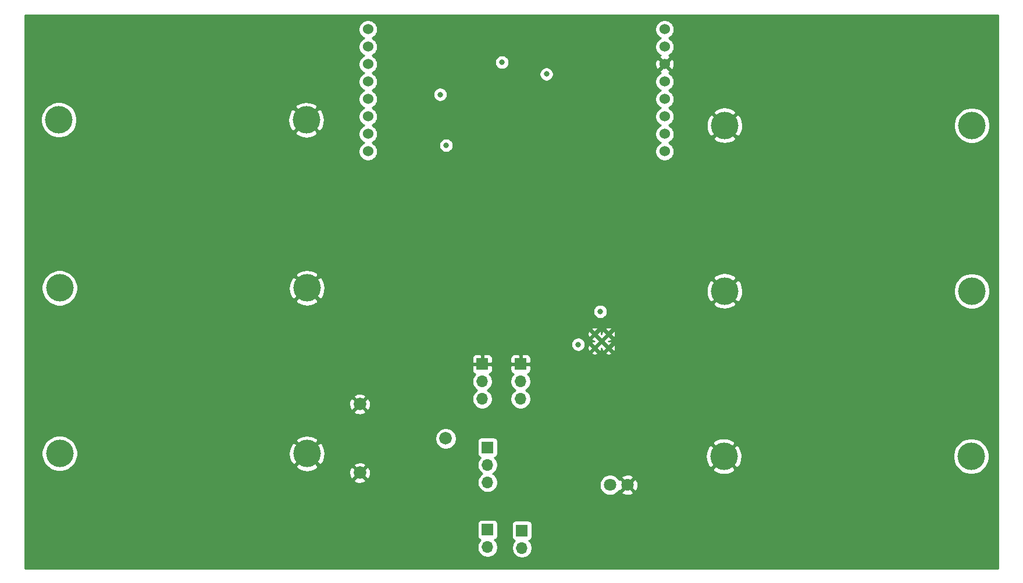
<source format=gbr>
G04 #@! TF.GenerationSoftware,KiCad,Pcbnew,(5.1.5)-3*
G04 #@! TF.CreationDate,2020-04-08T11:42:18+02:00*
G04 #@! TF.ProjectId,sensing_PMU,73656e73-696e-4675-9f50-4d552e6b6963,0.0*
G04 #@! TF.SameCoordinates,Original*
G04 #@! TF.FileFunction,Copper,L2,Inr*
G04 #@! TF.FilePolarity,Positive*
%FSLAX46Y46*%
G04 Gerber Fmt 4.6, Leading zero omitted, Abs format (unit mm)*
G04 Created by KiCad (PCBNEW (5.1.5)-3) date 2020-04-08 11:42:18*
%MOMM*%
%LPD*%
G04 APERTURE LIST*
%ADD10C,1.524000*%
%ADD11C,1.800000*%
%ADD12C,4.000000*%
%ADD13O,1.700000X1.700000*%
%ADD14R,1.700000X1.700000*%
%ADD15C,1.830000*%
%ADD16C,0.758000*%
%ADD17C,0.800000*%
%ADD18C,0.254000*%
G04 APERTURE END LIST*
D10*
X141700000Y-42800000D03*
X141700000Y-45340000D03*
X141700000Y-47880000D03*
X141700000Y-50420000D03*
X141700000Y-52960000D03*
X141700000Y-55500000D03*
X141700000Y-58040000D03*
X141700000Y-60580000D03*
X184880000Y-42800000D03*
X184880000Y-45340000D03*
X184880000Y-47880000D03*
X184880000Y-50420000D03*
X184880000Y-52960000D03*
X184880000Y-55500000D03*
X184880000Y-58040000D03*
X184880000Y-60580000D03*
D11*
X176930000Y-109170000D03*
X179470000Y-109170000D03*
D12*
X193600000Y-56800000D03*
X229600000Y-56800000D03*
X193600000Y-80920000D03*
X229600000Y-80920000D03*
X193500000Y-105000000D03*
X229500000Y-105000000D03*
X132800000Y-104600000D03*
X96800000Y-104600000D03*
X132800000Y-80480000D03*
X96800000Y-80480000D03*
X96700000Y-56000000D03*
X132700000Y-56000000D03*
D13*
X164100000Y-118340000D03*
D14*
X164100000Y-115800000D03*
D13*
X159100000Y-118240000D03*
D14*
X159100000Y-115700000D03*
D15*
X140500000Y-107400000D03*
X140500000Y-97400000D03*
X153000000Y-102400000D03*
D13*
X163900000Y-96640000D03*
X163900000Y-94100000D03*
D14*
X163900000Y-91560000D03*
D13*
X159100000Y-108780000D03*
X159100000Y-106240000D03*
D14*
X159100000Y-103700000D03*
D13*
X158320000Y-96640000D03*
X158320000Y-94100000D03*
D14*
X158320000Y-91560000D03*
D16*
X176716000Y-87184000D03*
X174684000Y-87184000D03*
X174684000Y-89216000D03*
X176716000Y-89216000D03*
X175700000Y-88200000D03*
D17*
X171600000Y-62100000D03*
X184500000Y-85110000D03*
X177200000Y-78100000D03*
X167690000Y-50910000D03*
X159200000Y-52900000D03*
X170580000Y-95090000D03*
X172350000Y-84250000D03*
X152200000Y-52300000D03*
X167667500Y-49322500D03*
X153070000Y-59700000D03*
X161200000Y-47600000D03*
X175500000Y-83900000D03*
X172300000Y-88700000D03*
D18*
G36*
X233405001Y-121305000D02*
G01*
X91795000Y-121305000D01*
X91795000Y-114850000D01*
X157611928Y-114850000D01*
X157611928Y-116550000D01*
X157624188Y-116674482D01*
X157660498Y-116794180D01*
X157719463Y-116904494D01*
X157798815Y-117001185D01*
X157895506Y-117080537D01*
X158005820Y-117139502D01*
X158078380Y-117161513D01*
X157946525Y-117293368D01*
X157784010Y-117536589D01*
X157672068Y-117806842D01*
X157615000Y-118093740D01*
X157615000Y-118386260D01*
X157672068Y-118673158D01*
X157784010Y-118943411D01*
X157946525Y-119186632D01*
X158153368Y-119393475D01*
X158396589Y-119555990D01*
X158666842Y-119667932D01*
X158953740Y-119725000D01*
X159246260Y-119725000D01*
X159533158Y-119667932D01*
X159803411Y-119555990D01*
X160046632Y-119393475D01*
X160253475Y-119186632D01*
X160415990Y-118943411D01*
X160527932Y-118673158D01*
X160585000Y-118386260D01*
X160585000Y-118093740D01*
X160527932Y-117806842D01*
X160415990Y-117536589D01*
X160253475Y-117293368D01*
X160121620Y-117161513D01*
X160194180Y-117139502D01*
X160304494Y-117080537D01*
X160401185Y-117001185D01*
X160480537Y-116904494D01*
X160539502Y-116794180D01*
X160575812Y-116674482D01*
X160588072Y-116550000D01*
X160588072Y-114950000D01*
X162611928Y-114950000D01*
X162611928Y-116650000D01*
X162624188Y-116774482D01*
X162660498Y-116894180D01*
X162719463Y-117004494D01*
X162798815Y-117101185D01*
X162895506Y-117180537D01*
X163005820Y-117239502D01*
X163078380Y-117261513D01*
X162946525Y-117393368D01*
X162784010Y-117636589D01*
X162672068Y-117906842D01*
X162615000Y-118193740D01*
X162615000Y-118486260D01*
X162672068Y-118773158D01*
X162784010Y-119043411D01*
X162946525Y-119286632D01*
X163153368Y-119493475D01*
X163396589Y-119655990D01*
X163666842Y-119767932D01*
X163953740Y-119825000D01*
X164246260Y-119825000D01*
X164533158Y-119767932D01*
X164803411Y-119655990D01*
X165046632Y-119493475D01*
X165253475Y-119286632D01*
X165415990Y-119043411D01*
X165527932Y-118773158D01*
X165585000Y-118486260D01*
X165585000Y-118193740D01*
X165527932Y-117906842D01*
X165415990Y-117636589D01*
X165253475Y-117393368D01*
X165121620Y-117261513D01*
X165194180Y-117239502D01*
X165304494Y-117180537D01*
X165401185Y-117101185D01*
X165480537Y-117004494D01*
X165539502Y-116894180D01*
X165575812Y-116774482D01*
X165588072Y-116650000D01*
X165588072Y-114950000D01*
X165575812Y-114825518D01*
X165539502Y-114705820D01*
X165480537Y-114595506D01*
X165401185Y-114498815D01*
X165304494Y-114419463D01*
X165194180Y-114360498D01*
X165074482Y-114324188D01*
X164950000Y-114311928D01*
X163250000Y-114311928D01*
X163125518Y-114324188D01*
X163005820Y-114360498D01*
X162895506Y-114419463D01*
X162798815Y-114498815D01*
X162719463Y-114595506D01*
X162660498Y-114705820D01*
X162624188Y-114825518D01*
X162611928Y-114950000D01*
X160588072Y-114950000D01*
X160588072Y-114850000D01*
X160575812Y-114725518D01*
X160539502Y-114605820D01*
X160480537Y-114495506D01*
X160401185Y-114398815D01*
X160304494Y-114319463D01*
X160194180Y-114260498D01*
X160074482Y-114224188D01*
X159950000Y-114211928D01*
X158250000Y-114211928D01*
X158125518Y-114224188D01*
X158005820Y-114260498D01*
X157895506Y-114319463D01*
X157798815Y-114398815D01*
X157719463Y-114495506D01*
X157660498Y-114605820D01*
X157624188Y-114725518D01*
X157611928Y-114850000D01*
X91795000Y-114850000D01*
X91795000Y-108474783D01*
X139604822Y-108474783D01*
X139690318Y-108730497D01*
X139965444Y-108862893D01*
X140261111Y-108939070D01*
X140565959Y-108956103D01*
X140868272Y-108913335D01*
X141156433Y-108812410D01*
X141309682Y-108730497D01*
X141395178Y-108474783D01*
X140500000Y-107579605D01*
X139604822Y-108474783D01*
X91795000Y-108474783D01*
X91795000Y-107465959D01*
X138943897Y-107465959D01*
X138986665Y-107768272D01*
X139087590Y-108056433D01*
X139169503Y-108209682D01*
X139425217Y-108295178D01*
X140320395Y-107400000D01*
X140679605Y-107400000D01*
X141574783Y-108295178D01*
X141830497Y-108209682D01*
X141962893Y-107934556D01*
X142039070Y-107638889D01*
X142056103Y-107334041D01*
X142013335Y-107031728D01*
X141912410Y-106743567D01*
X141830497Y-106590318D01*
X141574783Y-106504822D01*
X140679605Y-107400000D01*
X140320395Y-107400000D01*
X139425217Y-106504822D01*
X139169503Y-106590318D01*
X139037107Y-106865444D01*
X138960930Y-107161111D01*
X138943897Y-107465959D01*
X91795000Y-107465959D01*
X91795000Y-104340475D01*
X94165000Y-104340475D01*
X94165000Y-104859525D01*
X94266261Y-105368601D01*
X94464893Y-105848141D01*
X94753262Y-106279715D01*
X95120285Y-106646738D01*
X95551859Y-106935107D01*
X96031399Y-107133739D01*
X96540475Y-107235000D01*
X97059525Y-107235000D01*
X97568601Y-107133739D01*
X98048141Y-106935107D01*
X98479715Y-106646738D01*
X98678954Y-106447499D01*
X131132106Y-106447499D01*
X131348228Y-106814258D01*
X131808105Y-107054938D01*
X132306098Y-107201275D01*
X132823071Y-107247648D01*
X133339159Y-107192273D01*
X133834526Y-107037279D01*
X134251772Y-106814258D01*
X134467894Y-106447499D01*
X134345612Y-106325217D01*
X139604822Y-106325217D01*
X140500000Y-107220395D01*
X141395178Y-106325217D01*
X141309682Y-106069503D01*
X141034556Y-105937107D01*
X140738889Y-105860930D01*
X140434041Y-105843897D01*
X140131728Y-105886665D01*
X139843567Y-105987590D01*
X139690318Y-106069503D01*
X139604822Y-106325217D01*
X134345612Y-106325217D01*
X132800000Y-104779605D01*
X131132106Y-106447499D01*
X98678954Y-106447499D01*
X98846738Y-106279715D01*
X99135107Y-105848141D01*
X99333739Y-105368601D01*
X99435000Y-104859525D01*
X99435000Y-104623071D01*
X130152352Y-104623071D01*
X130207727Y-105139159D01*
X130362721Y-105634526D01*
X130585742Y-106051772D01*
X130952501Y-106267894D01*
X132620395Y-104600000D01*
X132979605Y-104600000D01*
X134647499Y-106267894D01*
X135014258Y-106051772D01*
X135254938Y-105591895D01*
X135401275Y-105093902D01*
X135447648Y-104576929D01*
X135392273Y-104060841D01*
X135237279Y-103565474D01*
X135014258Y-103148228D01*
X134647499Y-102932106D01*
X132979605Y-104600000D01*
X132620395Y-104600000D01*
X130952501Y-102932106D01*
X130585742Y-103148228D01*
X130345062Y-103608105D01*
X130198725Y-104106098D01*
X130152352Y-104623071D01*
X99435000Y-104623071D01*
X99435000Y-104340475D01*
X99333739Y-103831399D01*
X99135107Y-103351859D01*
X98846738Y-102920285D01*
X98678954Y-102752501D01*
X131132106Y-102752501D01*
X132800000Y-104420395D01*
X134467894Y-102752501D01*
X134251772Y-102385742D01*
X133987318Y-102247338D01*
X151450000Y-102247338D01*
X151450000Y-102552662D01*
X151509565Y-102852118D01*
X151626408Y-103134200D01*
X151796036Y-103388068D01*
X152011932Y-103603964D01*
X152265800Y-103773592D01*
X152547882Y-103890435D01*
X152847338Y-103950000D01*
X153152662Y-103950000D01*
X153452118Y-103890435D01*
X153734200Y-103773592D01*
X153988068Y-103603964D01*
X154203964Y-103388068D01*
X154373592Y-103134200D01*
X154490435Y-102852118D01*
X154490856Y-102850000D01*
X157611928Y-102850000D01*
X157611928Y-104550000D01*
X157624188Y-104674482D01*
X157660498Y-104794180D01*
X157719463Y-104904494D01*
X157798815Y-105001185D01*
X157895506Y-105080537D01*
X158005820Y-105139502D01*
X158078380Y-105161513D01*
X157946525Y-105293368D01*
X157784010Y-105536589D01*
X157672068Y-105806842D01*
X157615000Y-106093740D01*
X157615000Y-106386260D01*
X157672068Y-106673158D01*
X157784010Y-106943411D01*
X157946525Y-107186632D01*
X158153368Y-107393475D01*
X158327760Y-107510000D01*
X158153368Y-107626525D01*
X157946525Y-107833368D01*
X157784010Y-108076589D01*
X157672068Y-108346842D01*
X157615000Y-108633740D01*
X157615000Y-108926260D01*
X157672068Y-109213158D01*
X157784010Y-109483411D01*
X157946525Y-109726632D01*
X158153368Y-109933475D01*
X158396589Y-110095990D01*
X158666842Y-110207932D01*
X158953740Y-110265000D01*
X159246260Y-110265000D01*
X159533158Y-110207932D01*
X159803411Y-110095990D01*
X160046632Y-109933475D01*
X160253475Y-109726632D01*
X160415990Y-109483411D01*
X160527932Y-109213158D01*
X160566589Y-109018816D01*
X175395000Y-109018816D01*
X175395000Y-109321184D01*
X175453989Y-109617743D01*
X175569701Y-109897095D01*
X175737688Y-110148505D01*
X175951495Y-110362312D01*
X176202905Y-110530299D01*
X176482257Y-110646011D01*
X176778816Y-110705000D01*
X177081184Y-110705000D01*
X177377743Y-110646011D01*
X177657095Y-110530299D01*
X177908505Y-110362312D01*
X178036737Y-110234080D01*
X178585525Y-110234080D01*
X178669208Y-110488261D01*
X178941775Y-110619158D01*
X179234642Y-110694365D01*
X179536553Y-110710991D01*
X179835907Y-110668397D01*
X180121199Y-110568222D01*
X180270792Y-110488261D01*
X180354475Y-110234080D01*
X179470000Y-109349605D01*
X178585525Y-110234080D01*
X178036737Y-110234080D01*
X178122312Y-110148505D01*
X178224951Y-109994895D01*
X178405920Y-110054475D01*
X179290395Y-109170000D01*
X179649605Y-109170000D01*
X180534080Y-110054475D01*
X180788261Y-109970792D01*
X180919158Y-109698225D01*
X180994365Y-109405358D01*
X181010991Y-109103447D01*
X180968397Y-108804093D01*
X180868222Y-108518801D01*
X180788261Y-108369208D01*
X180534080Y-108285525D01*
X179649605Y-109170000D01*
X179290395Y-109170000D01*
X178405920Y-108285525D01*
X178224951Y-108345105D01*
X178122312Y-108191495D01*
X178036737Y-108105920D01*
X178585525Y-108105920D01*
X179470000Y-108990395D01*
X180354475Y-108105920D01*
X180270792Y-107851739D01*
X179998225Y-107720842D01*
X179705358Y-107645635D01*
X179403447Y-107629009D01*
X179104093Y-107671603D01*
X178818801Y-107771778D01*
X178669208Y-107851739D01*
X178585525Y-108105920D01*
X178036737Y-108105920D01*
X177908505Y-107977688D01*
X177657095Y-107809701D01*
X177377743Y-107693989D01*
X177081184Y-107635000D01*
X176778816Y-107635000D01*
X176482257Y-107693989D01*
X176202905Y-107809701D01*
X175951495Y-107977688D01*
X175737688Y-108191495D01*
X175569701Y-108442905D01*
X175453989Y-108722257D01*
X175395000Y-109018816D01*
X160566589Y-109018816D01*
X160585000Y-108926260D01*
X160585000Y-108633740D01*
X160527932Y-108346842D01*
X160415990Y-108076589D01*
X160253475Y-107833368D01*
X160046632Y-107626525D01*
X159872240Y-107510000D01*
X160046632Y-107393475D01*
X160253475Y-107186632D01*
X160415990Y-106943411D01*
X160455717Y-106847499D01*
X191832106Y-106847499D01*
X192048228Y-107214258D01*
X192508105Y-107454938D01*
X193006098Y-107601275D01*
X193523071Y-107647648D01*
X194039159Y-107592273D01*
X194534526Y-107437279D01*
X194951772Y-107214258D01*
X195167894Y-106847499D01*
X193500000Y-105179605D01*
X191832106Y-106847499D01*
X160455717Y-106847499D01*
X160527932Y-106673158D01*
X160585000Y-106386260D01*
X160585000Y-106093740D01*
X160527932Y-105806842D01*
X160415990Y-105536589D01*
X160253475Y-105293368D01*
X160121620Y-105161513D01*
X160194180Y-105139502D01*
X160304494Y-105080537D01*
X160374516Y-105023071D01*
X190852352Y-105023071D01*
X190907727Y-105539159D01*
X191062721Y-106034526D01*
X191285742Y-106451772D01*
X191652501Y-106667894D01*
X193320395Y-105000000D01*
X193679605Y-105000000D01*
X195347499Y-106667894D01*
X195714258Y-106451772D01*
X195954938Y-105991895D01*
X196101275Y-105493902D01*
X196147648Y-104976929D01*
X196122278Y-104740475D01*
X226865000Y-104740475D01*
X226865000Y-105259525D01*
X226966261Y-105768601D01*
X227164893Y-106248141D01*
X227453262Y-106679715D01*
X227820285Y-107046738D01*
X228251859Y-107335107D01*
X228731399Y-107533739D01*
X229240475Y-107635000D01*
X229759525Y-107635000D01*
X230268601Y-107533739D01*
X230748141Y-107335107D01*
X231179715Y-107046738D01*
X231546738Y-106679715D01*
X231835107Y-106248141D01*
X232033739Y-105768601D01*
X232135000Y-105259525D01*
X232135000Y-104740475D01*
X232033739Y-104231399D01*
X231835107Y-103751859D01*
X231546738Y-103320285D01*
X231179715Y-102953262D01*
X230748141Y-102664893D01*
X230268601Y-102466261D01*
X229759525Y-102365000D01*
X229240475Y-102365000D01*
X228731399Y-102466261D01*
X228251859Y-102664893D01*
X227820285Y-102953262D01*
X227453262Y-103320285D01*
X227164893Y-103751859D01*
X226966261Y-104231399D01*
X226865000Y-104740475D01*
X196122278Y-104740475D01*
X196092273Y-104460841D01*
X195937279Y-103965474D01*
X195714258Y-103548228D01*
X195347499Y-103332106D01*
X193679605Y-105000000D01*
X193320395Y-105000000D01*
X191652501Y-103332106D01*
X191285742Y-103548228D01*
X191045062Y-104008105D01*
X190898725Y-104506098D01*
X190852352Y-105023071D01*
X160374516Y-105023071D01*
X160401185Y-105001185D01*
X160480537Y-104904494D01*
X160539502Y-104794180D01*
X160575812Y-104674482D01*
X160588072Y-104550000D01*
X160588072Y-103152501D01*
X191832106Y-103152501D01*
X193500000Y-104820395D01*
X195167894Y-103152501D01*
X194951772Y-102785742D01*
X194491895Y-102545062D01*
X193993902Y-102398725D01*
X193476929Y-102352352D01*
X192960841Y-102407727D01*
X192465474Y-102562721D01*
X192048228Y-102785742D01*
X191832106Y-103152501D01*
X160588072Y-103152501D01*
X160588072Y-102850000D01*
X160575812Y-102725518D01*
X160539502Y-102605820D01*
X160480537Y-102495506D01*
X160401185Y-102398815D01*
X160304494Y-102319463D01*
X160194180Y-102260498D01*
X160074482Y-102224188D01*
X159950000Y-102211928D01*
X158250000Y-102211928D01*
X158125518Y-102224188D01*
X158005820Y-102260498D01*
X157895506Y-102319463D01*
X157798815Y-102398815D01*
X157719463Y-102495506D01*
X157660498Y-102605820D01*
X157624188Y-102725518D01*
X157611928Y-102850000D01*
X154490856Y-102850000D01*
X154550000Y-102552662D01*
X154550000Y-102247338D01*
X154490435Y-101947882D01*
X154373592Y-101665800D01*
X154203964Y-101411932D01*
X153988068Y-101196036D01*
X153734200Y-101026408D01*
X153452118Y-100909565D01*
X153152662Y-100850000D01*
X152847338Y-100850000D01*
X152547882Y-100909565D01*
X152265800Y-101026408D01*
X152011932Y-101196036D01*
X151796036Y-101411932D01*
X151626408Y-101665800D01*
X151509565Y-101947882D01*
X151450000Y-102247338D01*
X133987318Y-102247338D01*
X133791895Y-102145062D01*
X133293902Y-101998725D01*
X132776929Y-101952352D01*
X132260841Y-102007727D01*
X131765474Y-102162721D01*
X131348228Y-102385742D01*
X131132106Y-102752501D01*
X98678954Y-102752501D01*
X98479715Y-102553262D01*
X98048141Y-102264893D01*
X97568601Y-102066261D01*
X97059525Y-101965000D01*
X96540475Y-101965000D01*
X96031399Y-102066261D01*
X95551859Y-102264893D01*
X95120285Y-102553262D01*
X94753262Y-102920285D01*
X94464893Y-103351859D01*
X94266261Y-103831399D01*
X94165000Y-104340475D01*
X91795000Y-104340475D01*
X91795000Y-98474783D01*
X139604822Y-98474783D01*
X139690318Y-98730497D01*
X139965444Y-98862893D01*
X140261111Y-98939070D01*
X140565959Y-98956103D01*
X140868272Y-98913335D01*
X141156433Y-98812410D01*
X141309682Y-98730497D01*
X141395178Y-98474783D01*
X140500000Y-97579605D01*
X139604822Y-98474783D01*
X91795000Y-98474783D01*
X91795000Y-97465959D01*
X138943897Y-97465959D01*
X138986665Y-97768272D01*
X139087590Y-98056433D01*
X139169503Y-98209682D01*
X139425217Y-98295178D01*
X140320395Y-97400000D01*
X140679605Y-97400000D01*
X141574783Y-98295178D01*
X141830497Y-98209682D01*
X141962893Y-97934556D01*
X142039070Y-97638889D01*
X142056103Y-97334041D01*
X142013335Y-97031728D01*
X141912410Y-96743567D01*
X141830497Y-96590318D01*
X141574783Y-96504822D01*
X140679605Y-97400000D01*
X140320395Y-97400000D01*
X139425217Y-96504822D01*
X139169503Y-96590318D01*
X139037107Y-96865444D01*
X138960930Y-97161111D01*
X138943897Y-97465959D01*
X91795000Y-97465959D01*
X91795000Y-96325217D01*
X139604822Y-96325217D01*
X140500000Y-97220395D01*
X141395178Y-96325217D01*
X141309682Y-96069503D01*
X141034556Y-95937107D01*
X140738889Y-95860930D01*
X140434041Y-95843897D01*
X140131728Y-95886665D01*
X139843567Y-95987590D01*
X139690318Y-96069503D01*
X139604822Y-96325217D01*
X91795000Y-96325217D01*
X91795000Y-92410000D01*
X156831928Y-92410000D01*
X156844188Y-92534482D01*
X156880498Y-92654180D01*
X156939463Y-92764494D01*
X157018815Y-92861185D01*
X157115506Y-92940537D01*
X157225820Y-92999502D01*
X157298380Y-93021513D01*
X157166525Y-93153368D01*
X157004010Y-93396589D01*
X156892068Y-93666842D01*
X156835000Y-93953740D01*
X156835000Y-94246260D01*
X156892068Y-94533158D01*
X157004010Y-94803411D01*
X157166525Y-95046632D01*
X157373368Y-95253475D01*
X157547760Y-95370000D01*
X157373368Y-95486525D01*
X157166525Y-95693368D01*
X157004010Y-95936589D01*
X156892068Y-96206842D01*
X156835000Y-96493740D01*
X156835000Y-96786260D01*
X156892068Y-97073158D01*
X157004010Y-97343411D01*
X157166525Y-97586632D01*
X157373368Y-97793475D01*
X157616589Y-97955990D01*
X157886842Y-98067932D01*
X158173740Y-98125000D01*
X158466260Y-98125000D01*
X158753158Y-98067932D01*
X159023411Y-97955990D01*
X159266632Y-97793475D01*
X159473475Y-97586632D01*
X159635990Y-97343411D01*
X159747932Y-97073158D01*
X159805000Y-96786260D01*
X159805000Y-96493740D01*
X159747932Y-96206842D01*
X159635990Y-95936589D01*
X159473475Y-95693368D01*
X159266632Y-95486525D01*
X159092240Y-95370000D01*
X159266632Y-95253475D01*
X159473475Y-95046632D01*
X159635990Y-94803411D01*
X159747932Y-94533158D01*
X159805000Y-94246260D01*
X159805000Y-93953740D01*
X159747932Y-93666842D01*
X159635990Y-93396589D01*
X159473475Y-93153368D01*
X159341620Y-93021513D01*
X159414180Y-92999502D01*
X159524494Y-92940537D01*
X159621185Y-92861185D01*
X159700537Y-92764494D01*
X159759502Y-92654180D01*
X159795812Y-92534482D01*
X159808072Y-92410000D01*
X162411928Y-92410000D01*
X162424188Y-92534482D01*
X162460498Y-92654180D01*
X162519463Y-92764494D01*
X162598815Y-92861185D01*
X162695506Y-92940537D01*
X162805820Y-92999502D01*
X162878380Y-93021513D01*
X162746525Y-93153368D01*
X162584010Y-93396589D01*
X162472068Y-93666842D01*
X162415000Y-93953740D01*
X162415000Y-94246260D01*
X162472068Y-94533158D01*
X162584010Y-94803411D01*
X162746525Y-95046632D01*
X162953368Y-95253475D01*
X163127760Y-95370000D01*
X162953368Y-95486525D01*
X162746525Y-95693368D01*
X162584010Y-95936589D01*
X162472068Y-96206842D01*
X162415000Y-96493740D01*
X162415000Y-96786260D01*
X162472068Y-97073158D01*
X162584010Y-97343411D01*
X162746525Y-97586632D01*
X162953368Y-97793475D01*
X163196589Y-97955990D01*
X163466842Y-98067932D01*
X163753740Y-98125000D01*
X164046260Y-98125000D01*
X164333158Y-98067932D01*
X164603411Y-97955990D01*
X164846632Y-97793475D01*
X165053475Y-97586632D01*
X165215990Y-97343411D01*
X165327932Y-97073158D01*
X165385000Y-96786260D01*
X165385000Y-96493740D01*
X165327932Y-96206842D01*
X165215990Y-95936589D01*
X165053475Y-95693368D01*
X164846632Y-95486525D01*
X164672240Y-95370000D01*
X164846632Y-95253475D01*
X165053475Y-95046632D01*
X165215990Y-94803411D01*
X165327932Y-94533158D01*
X165385000Y-94246260D01*
X165385000Y-93953740D01*
X165327932Y-93666842D01*
X165215990Y-93396589D01*
X165053475Y-93153368D01*
X164921620Y-93021513D01*
X164994180Y-92999502D01*
X165104494Y-92940537D01*
X165201185Y-92861185D01*
X165280537Y-92764494D01*
X165339502Y-92654180D01*
X165375812Y-92534482D01*
X165388072Y-92410000D01*
X165385000Y-91845750D01*
X165226250Y-91687000D01*
X164027000Y-91687000D01*
X164027000Y-91707000D01*
X163773000Y-91707000D01*
X163773000Y-91687000D01*
X162573750Y-91687000D01*
X162415000Y-91845750D01*
X162411928Y-92410000D01*
X159808072Y-92410000D01*
X159805000Y-91845750D01*
X159646250Y-91687000D01*
X158447000Y-91687000D01*
X158447000Y-91707000D01*
X158193000Y-91707000D01*
X158193000Y-91687000D01*
X156993750Y-91687000D01*
X156835000Y-91845750D01*
X156831928Y-92410000D01*
X91795000Y-92410000D01*
X91795000Y-90710000D01*
X156831928Y-90710000D01*
X156835000Y-91274250D01*
X156993750Y-91433000D01*
X158193000Y-91433000D01*
X158193000Y-90233750D01*
X158447000Y-90233750D01*
X158447000Y-91433000D01*
X159646250Y-91433000D01*
X159805000Y-91274250D01*
X159808072Y-90710000D01*
X162411928Y-90710000D01*
X162415000Y-91274250D01*
X162573750Y-91433000D01*
X163773000Y-91433000D01*
X163773000Y-90233750D01*
X164027000Y-90233750D01*
X164027000Y-91433000D01*
X165226250Y-91433000D01*
X165385000Y-91274250D01*
X165388072Y-90710000D01*
X165375812Y-90585518D01*
X165339502Y-90465820D01*
X165280537Y-90355506D01*
X165201185Y-90258815D01*
X165104494Y-90179463D01*
X164994180Y-90120498D01*
X164874482Y-90084188D01*
X164750000Y-90071928D01*
X164185750Y-90075000D01*
X164027000Y-90233750D01*
X163773000Y-90233750D01*
X163614250Y-90075000D01*
X163050000Y-90071928D01*
X162925518Y-90084188D01*
X162805820Y-90120498D01*
X162695506Y-90179463D01*
X162598815Y-90258815D01*
X162519463Y-90355506D01*
X162460498Y-90465820D01*
X162424188Y-90585518D01*
X162411928Y-90710000D01*
X159808072Y-90710000D01*
X159795812Y-90585518D01*
X159759502Y-90465820D01*
X159700537Y-90355506D01*
X159621185Y-90258815D01*
X159524494Y-90179463D01*
X159414180Y-90120498D01*
X159294482Y-90084188D01*
X159170000Y-90071928D01*
X158605750Y-90075000D01*
X158447000Y-90233750D01*
X158193000Y-90233750D01*
X158034250Y-90075000D01*
X157470000Y-90071928D01*
X157345518Y-90084188D01*
X157225820Y-90120498D01*
X157115506Y-90179463D01*
X157018815Y-90258815D01*
X156939463Y-90355506D01*
X156880498Y-90465820D01*
X156844188Y-90585518D01*
X156831928Y-90710000D01*
X91795000Y-90710000D01*
X91795000Y-89907359D01*
X174172246Y-89907359D01*
X174192518Y-90108532D01*
X174376085Y-90187266D01*
X174571487Y-90228674D01*
X174771212Y-90231166D01*
X174967585Y-90194646D01*
X175153061Y-90120517D01*
X175175482Y-90108532D01*
X175195754Y-89907359D01*
X176204246Y-89907359D01*
X176224518Y-90108532D01*
X176408085Y-90187266D01*
X176603487Y-90228674D01*
X176803212Y-90231166D01*
X176999585Y-90194646D01*
X177185061Y-90120517D01*
X177207482Y-90108532D01*
X177227754Y-89907359D01*
X176716000Y-89395605D01*
X176204246Y-89907359D01*
X175195754Y-89907359D01*
X174684000Y-89395605D01*
X174172246Y-89907359D01*
X91795000Y-89907359D01*
X91795000Y-88598061D01*
X171265000Y-88598061D01*
X171265000Y-88801939D01*
X171304774Y-89001898D01*
X171382795Y-89190256D01*
X171496063Y-89359774D01*
X171640226Y-89503937D01*
X171809744Y-89617205D01*
X171998102Y-89695226D01*
X172198061Y-89735000D01*
X172401939Y-89735000D01*
X172601898Y-89695226D01*
X172790256Y-89617205D01*
X172959774Y-89503937D01*
X173103937Y-89359774D01*
X173141730Y-89303212D01*
X173668834Y-89303212D01*
X173705354Y-89499585D01*
X173779483Y-89685061D01*
X173791468Y-89707482D01*
X173992641Y-89727754D01*
X174504395Y-89216000D01*
X174863605Y-89216000D01*
X175375359Y-89727754D01*
X175576532Y-89707482D01*
X175655266Y-89523915D01*
X175696674Y-89328513D01*
X175698102Y-89214054D01*
X175701946Y-89214102D01*
X175700834Y-89303212D01*
X175737354Y-89499585D01*
X175811483Y-89685061D01*
X175823468Y-89707482D01*
X176024641Y-89727754D01*
X176536395Y-89216000D01*
X176895605Y-89216000D01*
X177407359Y-89727754D01*
X177608532Y-89707482D01*
X177687266Y-89523915D01*
X177728674Y-89328513D01*
X177731166Y-89128788D01*
X177694646Y-88932415D01*
X177620517Y-88746939D01*
X177608532Y-88724518D01*
X177407359Y-88704246D01*
X176895605Y-89216000D01*
X176536395Y-89216000D01*
X175700000Y-88379605D01*
X174863605Y-89216000D01*
X174504395Y-89216000D01*
X173992641Y-88704246D01*
X173791468Y-88724518D01*
X173712734Y-88908085D01*
X173671326Y-89103487D01*
X173668834Y-89303212D01*
X173141730Y-89303212D01*
X173217205Y-89190256D01*
X173295226Y-89001898D01*
X173335000Y-88801939D01*
X173335000Y-88598061D01*
X173295226Y-88398102D01*
X173217205Y-88209744D01*
X173103937Y-88040226D01*
X172959774Y-87896063D01*
X172928789Y-87875359D01*
X174172246Y-87875359D01*
X174192518Y-88076532D01*
X174376085Y-88155266D01*
X174571487Y-88196674D01*
X174685946Y-88198102D01*
X174685898Y-88201946D01*
X174596788Y-88200834D01*
X174400415Y-88237354D01*
X174214939Y-88311483D01*
X174192518Y-88323468D01*
X174172246Y-88524641D01*
X174684000Y-89036395D01*
X175520395Y-88200000D01*
X175879605Y-88200000D01*
X176716000Y-89036395D01*
X177227754Y-88524641D01*
X177207482Y-88323468D01*
X177023915Y-88244734D01*
X176828513Y-88203326D01*
X176714054Y-88201898D01*
X176714102Y-88198054D01*
X176803212Y-88199166D01*
X176999585Y-88162646D01*
X177185061Y-88088517D01*
X177207482Y-88076532D01*
X177227754Y-87875359D01*
X176716000Y-87363605D01*
X175879605Y-88200000D01*
X175520395Y-88200000D01*
X174684000Y-87363605D01*
X174172246Y-87875359D01*
X172928789Y-87875359D01*
X172790256Y-87782795D01*
X172601898Y-87704774D01*
X172401939Y-87665000D01*
X172198061Y-87665000D01*
X171998102Y-87704774D01*
X171809744Y-87782795D01*
X171640226Y-87896063D01*
X171496063Y-88040226D01*
X171382795Y-88209744D01*
X171304774Y-88398102D01*
X171265000Y-88598061D01*
X91795000Y-88598061D01*
X91795000Y-87271212D01*
X173668834Y-87271212D01*
X173705354Y-87467585D01*
X173779483Y-87653061D01*
X173791468Y-87675482D01*
X173992641Y-87695754D01*
X174504395Y-87184000D01*
X174863605Y-87184000D01*
X175700000Y-88020395D01*
X176536395Y-87184000D01*
X176895605Y-87184000D01*
X177407359Y-87695754D01*
X177608532Y-87675482D01*
X177687266Y-87491915D01*
X177728674Y-87296513D01*
X177731166Y-87096788D01*
X177694646Y-86900415D01*
X177620517Y-86714939D01*
X177608532Y-86692518D01*
X177407359Y-86672246D01*
X176895605Y-87184000D01*
X176536395Y-87184000D01*
X176024641Y-86672246D01*
X175823468Y-86692518D01*
X175744734Y-86876085D01*
X175703326Y-87071487D01*
X175701898Y-87185946D01*
X175698054Y-87185898D01*
X175699166Y-87096788D01*
X175662646Y-86900415D01*
X175588517Y-86714939D01*
X175576532Y-86692518D01*
X175375359Y-86672246D01*
X174863605Y-87184000D01*
X174504395Y-87184000D01*
X173992641Y-86672246D01*
X173791468Y-86692518D01*
X173712734Y-86876085D01*
X173671326Y-87071487D01*
X173668834Y-87271212D01*
X91795000Y-87271212D01*
X91795000Y-86492641D01*
X174172246Y-86492641D01*
X174684000Y-87004395D01*
X175195754Y-86492641D01*
X176204246Y-86492641D01*
X176716000Y-87004395D01*
X177227754Y-86492641D01*
X177207482Y-86291468D01*
X177023915Y-86212734D01*
X176828513Y-86171326D01*
X176628788Y-86168834D01*
X176432415Y-86205354D01*
X176246939Y-86279483D01*
X176224518Y-86291468D01*
X176204246Y-86492641D01*
X175195754Y-86492641D01*
X175175482Y-86291468D01*
X174991915Y-86212734D01*
X174796513Y-86171326D01*
X174596788Y-86168834D01*
X174400415Y-86205354D01*
X174214939Y-86279483D01*
X174192518Y-86291468D01*
X174172246Y-86492641D01*
X91795000Y-86492641D01*
X91795000Y-83798061D01*
X174465000Y-83798061D01*
X174465000Y-84001939D01*
X174504774Y-84201898D01*
X174582795Y-84390256D01*
X174696063Y-84559774D01*
X174840226Y-84703937D01*
X175009744Y-84817205D01*
X175198102Y-84895226D01*
X175398061Y-84935000D01*
X175601939Y-84935000D01*
X175801898Y-84895226D01*
X175990256Y-84817205D01*
X176159774Y-84703937D01*
X176303937Y-84559774D01*
X176417205Y-84390256D01*
X176495226Y-84201898D01*
X176535000Y-84001939D01*
X176535000Y-83798061D01*
X176495226Y-83598102D01*
X176417205Y-83409744D01*
X176303937Y-83240226D01*
X176159774Y-83096063D01*
X175990256Y-82982795D01*
X175801898Y-82904774D01*
X175601939Y-82865000D01*
X175398061Y-82865000D01*
X175198102Y-82904774D01*
X175009744Y-82982795D01*
X174840226Y-83096063D01*
X174696063Y-83240226D01*
X174582795Y-83409744D01*
X174504774Y-83598102D01*
X174465000Y-83798061D01*
X91795000Y-83798061D01*
X91795000Y-80220475D01*
X94165000Y-80220475D01*
X94165000Y-80739525D01*
X94266261Y-81248601D01*
X94464893Y-81728141D01*
X94753262Y-82159715D01*
X95120285Y-82526738D01*
X95551859Y-82815107D01*
X96031399Y-83013739D01*
X96540475Y-83115000D01*
X97059525Y-83115000D01*
X97568601Y-83013739D01*
X98048141Y-82815107D01*
X98479715Y-82526738D01*
X98678954Y-82327499D01*
X131132106Y-82327499D01*
X131348228Y-82694258D01*
X131808105Y-82934938D01*
X132306098Y-83081275D01*
X132823071Y-83127648D01*
X133339159Y-83072273D01*
X133834526Y-82917279D01*
X134114746Y-82767499D01*
X191932106Y-82767499D01*
X192148228Y-83134258D01*
X192608105Y-83374938D01*
X193106098Y-83521275D01*
X193623071Y-83567648D01*
X194139159Y-83512273D01*
X194634526Y-83357279D01*
X195051772Y-83134258D01*
X195267894Y-82767499D01*
X193600000Y-81099605D01*
X191932106Y-82767499D01*
X134114746Y-82767499D01*
X134251772Y-82694258D01*
X134467894Y-82327499D01*
X132800000Y-80659605D01*
X131132106Y-82327499D01*
X98678954Y-82327499D01*
X98846738Y-82159715D01*
X99135107Y-81728141D01*
X99333739Y-81248601D01*
X99435000Y-80739525D01*
X99435000Y-80503071D01*
X130152352Y-80503071D01*
X130207727Y-81019159D01*
X130362721Y-81514526D01*
X130585742Y-81931772D01*
X130952501Y-82147894D01*
X132620395Y-80480000D01*
X132979605Y-80480000D01*
X134647499Y-82147894D01*
X135014258Y-81931772D01*
X135254938Y-81471895D01*
X135401275Y-80973902D01*
X135404040Y-80943071D01*
X190952352Y-80943071D01*
X191007727Y-81459159D01*
X191162721Y-81954526D01*
X191385742Y-82371772D01*
X191752501Y-82587894D01*
X193420395Y-80920000D01*
X193779605Y-80920000D01*
X195447499Y-82587894D01*
X195814258Y-82371772D01*
X196054938Y-81911895D01*
X196201275Y-81413902D01*
X196247648Y-80896929D01*
X196222278Y-80660475D01*
X226965000Y-80660475D01*
X226965000Y-81179525D01*
X227066261Y-81688601D01*
X227264893Y-82168141D01*
X227553262Y-82599715D01*
X227920285Y-82966738D01*
X228351859Y-83255107D01*
X228831399Y-83453739D01*
X229340475Y-83555000D01*
X229859525Y-83555000D01*
X230368601Y-83453739D01*
X230848141Y-83255107D01*
X231279715Y-82966738D01*
X231646738Y-82599715D01*
X231935107Y-82168141D01*
X232133739Y-81688601D01*
X232235000Y-81179525D01*
X232235000Y-80660475D01*
X232133739Y-80151399D01*
X231935107Y-79671859D01*
X231646738Y-79240285D01*
X231279715Y-78873262D01*
X230848141Y-78584893D01*
X230368601Y-78386261D01*
X229859525Y-78285000D01*
X229340475Y-78285000D01*
X228831399Y-78386261D01*
X228351859Y-78584893D01*
X227920285Y-78873262D01*
X227553262Y-79240285D01*
X227264893Y-79671859D01*
X227066261Y-80151399D01*
X226965000Y-80660475D01*
X196222278Y-80660475D01*
X196192273Y-80380841D01*
X196037279Y-79885474D01*
X195814258Y-79468228D01*
X195447499Y-79252106D01*
X193779605Y-80920000D01*
X193420395Y-80920000D01*
X191752501Y-79252106D01*
X191385742Y-79468228D01*
X191145062Y-79928105D01*
X190998725Y-80426098D01*
X190952352Y-80943071D01*
X135404040Y-80943071D01*
X135447648Y-80456929D01*
X135392273Y-79940841D01*
X135237279Y-79445474D01*
X135037923Y-79072501D01*
X191932106Y-79072501D01*
X193600000Y-80740395D01*
X195267894Y-79072501D01*
X195051772Y-78705742D01*
X194591895Y-78465062D01*
X194093902Y-78318725D01*
X193576929Y-78272352D01*
X193060841Y-78327727D01*
X192565474Y-78482721D01*
X192148228Y-78705742D01*
X191932106Y-79072501D01*
X135037923Y-79072501D01*
X135014258Y-79028228D01*
X134647499Y-78812106D01*
X132979605Y-80480000D01*
X132620395Y-80480000D01*
X130952501Y-78812106D01*
X130585742Y-79028228D01*
X130345062Y-79488105D01*
X130198725Y-79986098D01*
X130152352Y-80503071D01*
X99435000Y-80503071D01*
X99435000Y-80220475D01*
X99333739Y-79711399D01*
X99135107Y-79231859D01*
X98846738Y-78800285D01*
X98678954Y-78632501D01*
X131132106Y-78632501D01*
X132800000Y-80300395D01*
X134467894Y-78632501D01*
X134251772Y-78265742D01*
X133791895Y-78025062D01*
X133293902Y-77878725D01*
X132776929Y-77832352D01*
X132260841Y-77887727D01*
X131765474Y-78042721D01*
X131348228Y-78265742D01*
X131132106Y-78632501D01*
X98678954Y-78632501D01*
X98479715Y-78433262D01*
X98048141Y-78144893D01*
X97568601Y-77946261D01*
X97059525Y-77845000D01*
X96540475Y-77845000D01*
X96031399Y-77946261D01*
X95551859Y-78144893D01*
X95120285Y-78433262D01*
X94753262Y-78800285D01*
X94464893Y-79231859D01*
X94266261Y-79711399D01*
X94165000Y-80220475D01*
X91795000Y-80220475D01*
X91795000Y-55740475D01*
X94065000Y-55740475D01*
X94065000Y-56259525D01*
X94166261Y-56768601D01*
X94364893Y-57248141D01*
X94653262Y-57679715D01*
X95020285Y-58046738D01*
X95451859Y-58335107D01*
X95931399Y-58533739D01*
X96440475Y-58635000D01*
X96959525Y-58635000D01*
X97468601Y-58533739D01*
X97948141Y-58335107D01*
X98379715Y-58046738D01*
X98578954Y-57847499D01*
X131032106Y-57847499D01*
X131248228Y-58214258D01*
X131708105Y-58454938D01*
X132206098Y-58601275D01*
X132723071Y-58647648D01*
X133239159Y-58592273D01*
X133734526Y-58437279D01*
X134151772Y-58214258D01*
X134367894Y-57847499D01*
X132700000Y-56179605D01*
X131032106Y-57847499D01*
X98578954Y-57847499D01*
X98746738Y-57679715D01*
X99035107Y-57248141D01*
X99233739Y-56768601D01*
X99335000Y-56259525D01*
X99335000Y-56023071D01*
X130052352Y-56023071D01*
X130107727Y-56539159D01*
X130262721Y-57034526D01*
X130485742Y-57451772D01*
X130852501Y-57667894D01*
X132520395Y-56000000D01*
X132879605Y-56000000D01*
X134547499Y-57667894D01*
X134914258Y-57451772D01*
X135154938Y-56991895D01*
X135301275Y-56493902D01*
X135347648Y-55976929D01*
X135292273Y-55460841D01*
X135137279Y-54965474D01*
X134914258Y-54548228D01*
X134547499Y-54332106D01*
X132879605Y-56000000D01*
X132520395Y-56000000D01*
X130852501Y-54332106D01*
X130485742Y-54548228D01*
X130245062Y-55008105D01*
X130098725Y-55506098D01*
X130052352Y-56023071D01*
X99335000Y-56023071D01*
X99335000Y-55740475D01*
X99233739Y-55231399D01*
X99035107Y-54751859D01*
X98746738Y-54320285D01*
X98578954Y-54152501D01*
X131032106Y-54152501D01*
X132700000Y-55820395D01*
X134367894Y-54152501D01*
X134151772Y-53785742D01*
X133691895Y-53545062D01*
X133193902Y-53398725D01*
X132676929Y-53352352D01*
X132160841Y-53407727D01*
X131665474Y-53562721D01*
X131248228Y-53785742D01*
X131032106Y-54152501D01*
X98578954Y-54152501D01*
X98379715Y-53953262D01*
X97948141Y-53664893D01*
X97468601Y-53466261D01*
X96959525Y-53365000D01*
X96440475Y-53365000D01*
X95931399Y-53466261D01*
X95451859Y-53664893D01*
X95020285Y-53953262D01*
X94653262Y-54320285D01*
X94364893Y-54751859D01*
X94166261Y-55231399D01*
X94065000Y-55740475D01*
X91795000Y-55740475D01*
X91795000Y-42662408D01*
X140303000Y-42662408D01*
X140303000Y-42937592D01*
X140356686Y-43207490D01*
X140461995Y-43461727D01*
X140614880Y-43690535D01*
X140809465Y-43885120D01*
X141038273Y-44038005D01*
X141115515Y-44070000D01*
X141038273Y-44101995D01*
X140809465Y-44254880D01*
X140614880Y-44449465D01*
X140461995Y-44678273D01*
X140356686Y-44932510D01*
X140303000Y-45202408D01*
X140303000Y-45477592D01*
X140356686Y-45747490D01*
X140461995Y-46001727D01*
X140614880Y-46230535D01*
X140809465Y-46425120D01*
X141038273Y-46578005D01*
X141115515Y-46610000D01*
X141038273Y-46641995D01*
X140809465Y-46794880D01*
X140614880Y-46989465D01*
X140461995Y-47218273D01*
X140356686Y-47472510D01*
X140303000Y-47742408D01*
X140303000Y-48017592D01*
X140356686Y-48287490D01*
X140461995Y-48541727D01*
X140614880Y-48770535D01*
X140809465Y-48965120D01*
X141038273Y-49118005D01*
X141115515Y-49150000D01*
X141038273Y-49181995D01*
X140809465Y-49334880D01*
X140614880Y-49529465D01*
X140461995Y-49758273D01*
X140356686Y-50012510D01*
X140303000Y-50282408D01*
X140303000Y-50557592D01*
X140356686Y-50827490D01*
X140461995Y-51081727D01*
X140614880Y-51310535D01*
X140809465Y-51505120D01*
X141038273Y-51658005D01*
X141115515Y-51690000D01*
X141038273Y-51721995D01*
X140809465Y-51874880D01*
X140614880Y-52069465D01*
X140461995Y-52298273D01*
X140356686Y-52552510D01*
X140303000Y-52822408D01*
X140303000Y-53097592D01*
X140356686Y-53367490D01*
X140461995Y-53621727D01*
X140614880Y-53850535D01*
X140809465Y-54045120D01*
X141038273Y-54198005D01*
X141115515Y-54230000D01*
X141038273Y-54261995D01*
X140809465Y-54414880D01*
X140614880Y-54609465D01*
X140461995Y-54838273D01*
X140356686Y-55092510D01*
X140303000Y-55362408D01*
X140303000Y-55637592D01*
X140356686Y-55907490D01*
X140461995Y-56161727D01*
X140614880Y-56390535D01*
X140809465Y-56585120D01*
X141038273Y-56738005D01*
X141115515Y-56770000D01*
X141038273Y-56801995D01*
X140809465Y-56954880D01*
X140614880Y-57149465D01*
X140461995Y-57378273D01*
X140356686Y-57632510D01*
X140303000Y-57902408D01*
X140303000Y-58177592D01*
X140356686Y-58447490D01*
X140461995Y-58701727D01*
X140614880Y-58930535D01*
X140809465Y-59125120D01*
X141038273Y-59278005D01*
X141115515Y-59310000D01*
X141038273Y-59341995D01*
X140809465Y-59494880D01*
X140614880Y-59689465D01*
X140461995Y-59918273D01*
X140356686Y-60172510D01*
X140303000Y-60442408D01*
X140303000Y-60717592D01*
X140356686Y-60987490D01*
X140461995Y-61241727D01*
X140614880Y-61470535D01*
X140809465Y-61665120D01*
X141038273Y-61818005D01*
X141292510Y-61923314D01*
X141562408Y-61977000D01*
X141837592Y-61977000D01*
X142107490Y-61923314D01*
X142361727Y-61818005D01*
X142590535Y-61665120D01*
X142785120Y-61470535D01*
X142938005Y-61241727D01*
X143043314Y-60987490D01*
X143097000Y-60717592D01*
X143097000Y-60442408D01*
X143043314Y-60172510D01*
X142938005Y-59918273D01*
X142785120Y-59689465D01*
X142693716Y-59598061D01*
X152035000Y-59598061D01*
X152035000Y-59801939D01*
X152074774Y-60001898D01*
X152152795Y-60190256D01*
X152266063Y-60359774D01*
X152410226Y-60503937D01*
X152579744Y-60617205D01*
X152768102Y-60695226D01*
X152968061Y-60735000D01*
X153171939Y-60735000D01*
X153371898Y-60695226D01*
X153560256Y-60617205D01*
X153729774Y-60503937D01*
X153873937Y-60359774D01*
X153987205Y-60190256D01*
X154065226Y-60001898D01*
X154105000Y-59801939D01*
X154105000Y-59598061D01*
X154065226Y-59398102D01*
X153987205Y-59209744D01*
X153873937Y-59040226D01*
X153729774Y-58896063D01*
X153560256Y-58782795D01*
X153371898Y-58704774D01*
X153171939Y-58665000D01*
X152968061Y-58665000D01*
X152768102Y-58704774D01*
X152579744Y-58782795D01*
X152410226Y-58896063D01*
X152266063Y-59040226D01*
X152152795Y-59209744D01*
X152074774Y-59398102D01*
X152035000Y-59598061D01*
X142693716Y-59598061D01*
X142590535Y-59494880D01*
X142361727Y-59341995D01*
X142284485Y-59310000D01*
X142361727Y-59278005D01*
X142590535Y-59125120D01*
X142785120Y-58930535D01*
X142938005Y-58701727D01*
X143043314Y-58447490D01*
X143097000Y-58177592D01*
X143097000Y-57902408D01*
X143043314Y-57632510D01*
X142938005Y-57378273D01*
X142785120Y-57149465D01*
X142590535Y-56954880D01*
X142361727Y-56801995D01*
X142284485Y-56770000D01*
X142361727Y-56738005D01*
X142590535Y-56585120D01*
X142785120Y-56390535D01*
X142938005Y-56161727D01*
X143043314Y-55907490D01*
X143097000Y-55637592D01*
X143097000Y-55362408D01*
X143043314Y-55092510D01*
X142938005Y-54838273D01*
X142785120Y-54609465D01*
X142590535Y-54414880D01*
X142361727Y-54261995D01*
X142284485Y-54230000D01*
X142361727Y-54198005D01*
X142590535Y-54045120D01*
X142785120Y-53850535D01*
X142938005Y-53621727D01*
X143043314Y-53367490D01*
X143097000Y-53097592D01*
X143097000Y-52822408D01*
X143043314Y-52552510D01*
X142938005Y-52298273D01*
X142871046Y-52198061D01*
X151165000Y-52198061D01*
X151165000Y-52401939D01*
X151204774Y-52601898D01*
X151282795Y-52790256D01*
X151396063Y-52959774D01*
X151540226Y-53103937D01*
X151709744Y-53217205D01*
X151898102Y-53295226D01*
X152098061Y-53335000D01*
X152301939Y-53335000D01*
X152501898Y-53295226D01*
X152690256Y-53217205D01*
X152859774Y-53103937D01*
X153003937Y-52959774D01*
X153117205Y-52790256D01*
X153195226Y-52601898D01*
X153235000Y-52401939D01*
X153235000Y-52198061D01*
X153195226Y-51998102D01*
X153117205Y-51809744D01*
X153003937Y-51640226D01*
X152859774Y-51496063D01*
X152690256Y-51382795D01*
X152501898Y-51304774D01*
X152301939Y-51265000D01*
X152098061Y-51265000D01*
X151898102Y-51304774D01*
X151709744Y-51382795D01*
X151540226Y-51496063D01*
X151396063Y-51640226D01*
X151282795Y-51809744D01*
X151204774Y-51998102D01*
X151165000Y-52198061D01*
X142871046Y-52198061D01*
X142785120Y-52069465D01*
X142590535Y-51874880D01*
X142361727Y-51721995D01*
X142284485Y-51690000D01*
X142361727Y-51658005D01*
X142590535Y-51505120D01*
X142785120Y-51310535D01*
X142938005Y-51081727D01*
X143043314Y-50827490D01*
X143097000Y-50557592D01*
X143097000Y-50282408D01*
X143043314Y-50012510D01*
X142938005Y-49758273D01*
X142785120Y-49529465D01*
X142590535Y-49334880D01*
X142419445Y-49220561D01*
X166632500Y-49220561D01*
X166632500Y-49424439D01*
X166672274Y-49624398D01*
X166750295Y-49812756D01*
X166863563Y-49982274D01*
X167007726Y-50126437D01*
X167177244Y-50239705D01*
X167365602Y-50317726D01*
X167565561Y-50357500D01*
X167769439Y-50357500D01*
X167969398Y-50317726D01*
X168054662Y-50282408D01*
X183483000Y-50282408D01*
X183483000Y-50557592D01*
X183536686Y-50827490D01*
X183641995Y-51081727D01*
X183794880Y-51310535D01*
X183989465Y-51505120D01*
X184218273Y-51658005D01*
X184295515Y-51690000D01*
X184218273Y-51721995D01*
X183989465Y-51874880D01*
X183794880Y-52069465D01*
X183641995Y-52298273D01*
X183536686Y-52552510D01*
X183483000Y-52822408D01*
X183483000Y-53097592D01*
X183536686Y-53367490D01*
X183641995Y-53621727D01*
X183794880Y-53850535D01*
X183989465Y-54045120D01*
X184218273Y-54198005D01*
X184295515Y-54230000D01*
X184218273Y-54261995D01*
X183989465Y-54414880D01*
X183794880Y-54609465D01*
X183641995Y-54838273D01*
X183536686Y-55092510D01*
X183483000Y-55362408D01*
X183483000Y-55637592D01*
X183536686Y-55907490D01*
X183641995Y-56161727D01*
X183794880Y-56390535D01*
X183989465Y-56585120D01*
X184218273Y-56738005D01*
X184295515Y-56770000D01*
X184218273Y-56801995D01*
X183989465Y-56954880D01*
X183794880Y-57149465D01*
X183641995Y-57378273D01*
X183536686Y-57632510D01*
X183483000Y-57902408D01*
X183483000Y-58177592D01*
X183536686Y-58447490D01*
X183641995Y-58701727D01*
X183794880Y-58930535D01*
X183989465Y-59125120D01*
X184218273Y-59278005D01*
X184295515Y-59310000D01*
X184218273Y-59341995D01*
X183989465Y-59494880D01*
X183794880Y-59689465D01*
X183641995Y-59918273D01*
X183536686Y-60172510D01*
X183483000Y-60442408D01*
X183483000Y-60717592D01*
X183536686Y-60987490D01*
X183641995Y-61241727D01*
X183794880Y-61470535D01*
X183989465Y-61665120D01*
X184218273Y-61818005D01*
X184472510Y-61923314D01*
X184742408Y-61977000D01*
X185017592Y-61977000D01*
X185287490Y-61923314D01*
X185541727Y-61818005D01*
X185770535Y-61665120D01*
X185965120Y-61470535D01*
X186118005Y-61241727D01*
X186223314Y-60987490D01*
X186277000Y-60717592D01*
X186277000Y-60442408D01*
X186223314Y-60172510D01*
X186118005Y-59918273D01*
X185965120Y-59689465D01*
X185770535Y-59494880D01*
X185541727Y-59341995D01*
X185464485Y-59310000D01*
X185541727Y-59278005D01*
X185770535Y-59125120D01*
X185965120Y-58930535D01*
X186118005Y-58701727D01*
X186140467Y-58647499D01*
X191932106Y-58647499D01*
X192148228Y-59014258D01*
X192608105Y-59254938D01*
X193106098Y-59401275D01*
X193623071Y-59447648D01*
X194139159Y-59392273D01*
X194634526Y-59237279D01*
X195051772Y-59014258D01*
X195267894Y-58647499D01*
X193600000Y-56979605D01*
X191932106Y-58647499D01*
X186140467Y-58647499D01*
X186223314Y-58447490D01*
X186277000Y-58177592D01*
X186277000Y-57902408D01*
X186223314Y-57632510D01*
X186118005Y-57378273D01*
X185965120Y-57149465D01*
X185770535Y-56954880D01*
X185573270Y-56823071D01*
X190952352Y-56823071D01*
X191007727Y-57339159D01*
X191162721Y-57834526D01*
X191385742Y-58251772D01*
X191752501Y-58467894D01*
X193420395Y-56800000D01*
X193779605Y-56800000D01*
X195447499Y-58467894D01*
X195814258Y-58251772D01*
X196054938Y-57791895D01*
X196201275Y-57293902D01*
X196247648Y-56776929D01*
X196222278Y-56540475D01*
X226965000Y-56540475D01*
X226965000Y-57059525D01*
X227066261Y-57568601D01*
X227264893Y-58048141D01*
X227553262Y-58479715D01*
X227920285Y-58846738D01*
X228351859Y-59135107D01*
X228831399Y-59333739D01*
X229340475Y-59435000D01*
X229859525Y-59435000D01*
X230368601Y-59333739D01*
X230848141Y-59135107D01*
X231279715Y-58846738D01*
X231646738Y-58479715D01*
X231935107Y-58048141D01*
X232133739Y-57568601D01*
X232235000Y-57059525D01*
X232235000Y-56540475D01*
X232133739Y-56031399D01*
X231935107Y-55551859D01*
X231646738Y-55120285D01*
X231279715Y-54753262D01*
X230848141Y-54464893D01*
X230368601Y-54266261D01*
X229859525Y-54165000D01*
X229340475Y-54165000D01*
X228831399Y-54266261D01*
X228351859Y-54464893D01*
X227920285Y-54753262D01*
X227553262Y-55120285D01*
X227264893Y-55551859D01*
X227066261Y-56031399D01*
X226965000Y-56540475D01*
X196222278Y-56540475D01*
X196192273Y-56260841D01*
X196037279Y-55765474D01*
X195814258Y-55348228D01*
X195447499Y-55132106D01*
X193779605Y-56800000D01*
X193420395Y-56800000D01*
X191752501Y-55132106D01*
X191385742Y-55348228D01*
X191145062Y-55808105D01*
X190998725Y-56306098D01*
X190952352Y-56823071D01*
X185573270Y-56823071D01*
X185541727Y-56801995D01*
X185464485Y-56770000D01*
X185541727Y-56738005D01*
X185770535Y-56585120D01*
X185965120Y-56390535D01*
X186118005Y-56161727D01*
X186223314Y-55907490D01*
X186277000Y-55637592D01*
X186277000Y-55362408D01*
X186223314Y-55092510D01*
X186165321Y-54952501D01*
X191932106Y-54952501D01*
X193600000Y-56620395D01*
X195267894Y-54952501D01*
X195051772Y-54585742D01*
X194591895Y-54345062D01*
X194093902Y-54198725D01*
X193576929Y-54152352D01*
X193060841Y-54207727D01*
X192565474Y-54362721D01*
X192148228Y-54585742D01*
X191932106Y-54952501D01*
X186165321Y-54952501D01*
X186118005Y-54838273D01*
X185965120Y-54609465D01*
X185770535Y-54414880D01*
X185541727Y-54261995D01*
X185464485Y-54230000D01*
X185541727Y-54198005D01*
X185770535Y-54045120D01*
X185965120Y-53850535D01*
X186118005Y-53621727D01*
X186223314Y-53367490D01*
X186277000Y-53097592D01*
X186277000Y-52822408D01*
X186223314Y-52552510D01*
X186118005Y-52298273D01*
X185965120Y-52069465D01*
X185770535Y-51874880D01*
X185541727Y-51721995D01*
X185464485Y-51690000D01*
X185541727Y-51658005D01*
X185770535Y-51505120D01*
X185965120Y-51310535D01*
X186118005Y-51081727D01*
X186223314Y-50827490D01*
X186277000Y-50557592D01*
X186277000Y-50282408D01*
X186223314Y-50012510D01*
X186118005Y-49758273D01*
X185965120Y-49529465D01*
X185770535Y-49334880D01*
X185541727Y-49181995D01*
X185470057Y-49152308D01*
X185483023Y-49147636D01*
X185598980Y-49085656D01*
X185665960Y-48845565D01*
X184880000Y-48059605D01*
X184094040Y-48845565D01*
X184161020Y-49085656D01*
X184296760Y-49149485D01*
X184218273Y-49181995D01*
X183989465Y-49334880D01*
X183794880Y-49529465D01*
X183641995Y-49758273D01*
X183536686Y-50012510D01*
X183483000Y-50282408D01*
X168054662Y-50282408D01*
X168157756Y-50239705D01*
X168327274Y-50126437D01*
X168471437Y-49982274D01*
X168584705Y-49812756D01*
X168662726Y-49624398D01*
X168702500Y-49424439D01*
X168702500Y-49220561D01*
X168662726Y-49020602D01*
X168584705Y-48832244D01*
X168471437Y-48662726D01*
X168327274Y-48518563D01*
X168157756Y-48405295D01*
X167969398Y-48327274D01*
X167769439Y-48287500D01*
X167565561Y-48287500D01*
X167365602Y-48327274D01*
X167177244Y-48405295D01*
X167007726Y-48518563D01*
X166863563Y-48662726D01*
X166750295Y-48832244D01*
X166672274Y-49020602D01*
X166632500Y-49220561D01*
X142419445Y-49220561D01*
X142361727Y-49181995D01*
X142284485Y-49150000D01*
X142361727Y-49118005D01*
X142590535Y-48965120D01*
X142785120Y-48770535D01*
X142938005Y-48541727D01*
X143043314Y-48287490D01*
X143097000Y-48017592D01*
X143097000Y-47742408D01*
X143048397Y-47498061D01*
X160165000Y-47498061D01*
X160165000Y-47701939D01*
X160204774Y-47901898D01*
X160282795Y-48090256D01*
X160396063Y-48259774D01*
X160540226Y-48403937D01*
X160709744Y-48517205D01*
X160898102Y-48595226D01*
X161098061Y-48635000D01*
X161301939Y-48635000D01*
X161501898Y-48595226D01*
X161690256Y-48517205D01*
X161859774Y-48403937D01*
X162003937Y-48259774D01*
X162117205Y-48090256D01*
X162174465Y-47952017D01*
X183478090Y-47952017D01*
X183519078Y-48224133D01*
X183612364Y-48483023D01*
X183674344Y-48598980D01*
X183914435Y-48665960D01*
X184700395Y-47880000D01*
X185059605Y-47880000D01*
X185845565Y-48665960D01*
X186085656Y-48598980D01*
X186202756Y-48349952D01*
X186269023Y-48082865D01*
X186281910Y-47807983D01*
X186240922Y-47535867D01*
X186147636Y-47276977D01*
X186085656Y-47161020D01*
X185845565Y-47094040D01*
X185059605Y-47880000D01*
X184700395Y-47880000D01*
X183914435Y-47094040D01*
X183674344Y-47161020D01*
X183557244Y-47410048D01*
X183490977Y-47677135D01*
X183478090Y-47952017D01*
X162174465Y-47952017D01*
X162195226Y-47901898D01*
X162235000Y-47701939D01*
X162235000Y-47498061D01*
X162195226Y-47298102D01*
X162117205Y-47109744D01*
X162003937Y-46940226D01*
X161859774Y-46796063D01*
X161690256Y-46682795D01*
X161501898Y-46604774D01*
X161301939Y-46565000D01*
X161098061Y-46565000D01*
X160898102Y-46604774D01*
X160709744Y-46682795D01*
X160540226Y-46796063D01*
X160396063Y-46940226D01*
X160282795Y-47109744D01*
X160204774Y-47298102D01*
X160165000Y-47498061D01*
X143048397Y-47498061D01*
X143043314Y-47472510D01*
X142938005Y-47218273D01*
X142785120Y-46989465D01*
X142590535Y-46794880D01*
X142361727Y-46641995D01*
X142284485Y-46610000D01*
X142361727Y-46578005D01*
X142590535Y-46425120D01*
X142785120Y-46230535D01*
X142938005Y-46001727D01*
X143043314Y-45747490D01*
X143097000Y-45477592D01*
X143097000Y-45202408D01*
X143043314Y-44932510D01*
X142938005Y-44678273D01*
X142785120Y-44449465D01*
X142590535Y-44254880D01*
X142361727Y-44101995D01*
X142284485Y-44070000D01*
X142361727Y-44038005D01*
X142590535Y-43885120D01*
X142785120Y-43690535D01*
X142938005Y-43461727D01*
X143043314Y-43207490D01*
X143097000Y-42937592D01*
X143097000Y-42662408D01*
X183483000Y-42662408D01*
X183483000Y-42937592D01*
X183536686Y-43207490D01*
X183641995Y-43461727D01*
X183794880Y-43690535D01*
X183989465Y-43885120D01*
X184218273Y-44038005D01*
X184295515Y-44070000D01*
X184218273Y-44101995D01*
X183989465Y-44254880D01*
X183794880Y-44449465D01*
X183641995Y-44678273D01*
X183536686Y-44932510D01*
X183483000Y-45202408D01*
X183483000Y-45477592D01*
X183536686Y-45747490D01*
X183641995Y-46001727D01*
X183794880Y-46230535D01*
X183989465Y-46425120D01*
X184218273Y-46578005D01*
X184289943Y-46607692D01*
X184276977Y-46612364D01*
X184161020Y-46674344D01*
X184094040Y-46914435D01*
X184880000Y-47700395D01*
X185665960Y-46914435D01*
X185598980Y-46674344D01*
X185463240Y-46610515D01*
X185541727Y-46578005D01*
X185770535Y-46425120D01*
X185965120Y-46230535D01*
X186118005Y-46001727D01*
X186223314Y-45747490D01*
X186277000Y-45477592D01*
X186277000Y-45202408D01*
X186223314Y-44932510D01*
X186118005Y-44678273D01*
X185965120Y-44449465D01*
X185770535Y-44254880D01*
X185541727Y-44101995D01*
X185464485Y-44070000D01*
X185541727Y-44038005D01*
X185770535Y-43885120D01*
X185965120Y-43690535D01*
X186118005Y-43461727D01*
X186223314Y-43207490D01*
X186277000Y-42937592D01*
X186277000Y-42662408D01*
X186223314Y-42392510D01*
X186118005Y-42138273D01*
X185965120Y-41909465D01*
X185770535Y-41714880D01*
X185541727Y-41561995D01*
X185287490Y-41456686D01*
X185017592Y-41403000D01*
X184742408Y-41403000D01*
X184472510Y-41456686D01*
X184218273Y-41561995D01*
X183989465Y-41714880D01*
X183794880Y-41909465D01*
X183641995Y-42138273D01*
X183536686Y-42392510D01*
X183483000Y-42662408D01*
X143097000Y-42662408D01*
X143043314Y-42392510D01*
X142938005Y-42138273D01*
X142785120Y-41909465D01*
X142590535Y-41714880D01*
X142361727Y-41561995D01*
X142107490Y-41456686D01*
X141837592Y-41403000D01*
X141562408Y-41403000D01*
X141292510Y-41456686D01*
X141038273Y-41561995D01*
X140809465Y-41714880D01*
X140614880Y-41909465D01*
X140461995Y-42138273D01*
X140356686Y-42392510D01*
X140303000Y-42662408D01*
X91795000Y-42662408D01*
X91795000Y-40695000D01*
X233405000Y-40695000D01*
X233405001Y-121305000D01*
G37*
X233405001Y-121305000D02*
X91795000Y-121305000D01*
X91795000Y-114850000D01*
X157611928Y-114850000D01*
X157611928Y-116550000D01*
X157624188Y-116674482D01*
X157660498Y-116794180D01*
X157719463Y-116904494D01*
X157798815Y-117001185D01*
X157895506Y-117080537D01*
X158005820Y-117139502D01*
X158078380Y-117161513D01*
X157946525Y-117293368D01*
X157784010Y-117536589D01*
X157672068Y-117806842D01*
X157615000Y-118093740D01*
X157615000Y-118386260D01*
X157672068Y-118673158D01*
X157784010Y-118943411D01*
X157946525Y-119186632D01*
X158153368Y-119393475D01*
X158396589Y-119555990D01*
X158666842Y-119667932D01*
X158953740Y-119725000D01*
X159246260Y-119725000D01*
X159533158Y-119667932D01*
X159803411Y-119555990D01*
X160046632Y-119393475D01*
X160253475Y-119186632D01*
X160415990Y-118943411D01*
X160527932Y-118673158D01*
X160585000Y-118386260D01*
X160585000Y-118093740D01*
X160527932Y-117806842D01*
X160415990Y-117536589D01*
X160253475Y-117293368D01*
X160121620Y-117161513D01*
X160194180Y-117139502D01*
X160304494Y-117080537D01*
X160401185Y-117001185D01*
X160480537Y-116904494D01*
X160539502Y-116794180D01*
X160575812Y-116674482D01*
X160588072Y-116550000D01*
X160588072Y-114950000D01*
X162611928Y-114950000D01*
X162611928Y-116650000D01*
X162624188Y-116774482D01*
X162660498Y-116894180D01*
X162719463Y-117004494D01*
X162798815Y-117101185D01*
X162895506Y-117180537D01*
X163005820Y-117239502D01*
X163078380Y-117261513D01*
X162946525Y-117393368D01*
X162784010Y-117636589D01*
X162672068Y-117906842D01*
X162615000Y-118193740D01*
X162615000Y-118486260D01*
X162672068Y-118773158D01*
X162784010Y-119043411D01*
X162946525Y-119286632D01*
X163153368Y-119493475D01*
X163396589Y-119655990D01*
X163666842Y-119767932D01*
X163953740Y-119825000D01*
X164246260Y-119825000D01*
X164533158Y-119767932D01*
X164803411Y-119655990D01*
X165046632Y-119493475D01*
X165253475Y-119286632D01*
X165415990Y-119043411D01*
X165527932Y-118773158D01*
X165585000Y-118486260D01*
X165585000Y-118193740D01*
X165527932Y-117906842D01*
X165415990Y-117636589D01*
X165253475Y-117393368D01*
X165121620Y-117261513D01*
X165194180Y-117239502D01*
X165304494Y-117180537D01*
X165401185Y-117101185D01*
X165480537Y-117004494D01*
X165539502Y-116894180D01*
X165575812Y-116774482D01*
X165588072Y-116650000D01*
X165588072Y-114950000D01*
X165575812Y-114825518D01*
X165539502Y-114705820D01*
X165480537Y-114595506D01*
X165401185Y-114498815D01*
X165304494Y-114419463D01*
X165194180Y-114360498D01*
X165074482Y-114324188D01*
X164950000Y-114311928D01*
X163250000Y-114311928D01*
X163125518Y-114324188D01*
X163005820Y-114360498D01*
X162895506Y-114419463D01*
X162798815Y-114498815D01*
X162719463Y-114595506D01*
X162660498Y-114705820D01*
X162624188Y-114825518D01*
X162611928Y-114950000D01*
X160588072Y-114950000D01*
X160588072Y-114850000D01*
X160575812Y-114725518D01*
X160539502Y-114605820D01*
X160480537Y-114495506D01*
X160401185Y-114398815D01*
X160304494Y-114319463D01*
X160194180Y-114260498D01*
X160074482Y-114224188D01*
X159950000Y-114211928D01*
X158250000Y-114211928D01*
X158125518Y-114224188D01*
X158005820Y-114260498D01*
X157895506Y-114319463D01*
X157798815Y-114398815D01*
X157719463Y-114495506D01*
X157660498Y-114605820D01*
X157624188Y-114725518D01*
X157611928Y-114850000D01*
X91795000Y-114850000D01*
X91795000Y-108474783D01*
X139604822Y-108474783D01*
X139690318Y-108730497D01*
X139965444Y-108862893D01*
X140261111Y-108939070D01*
X140565959Y-108956103D01*
X140868272Y-108913335D01*
X141156433Y-108812410D01*
X141309682Y-108730497D01*
X141395178Y-108474783D01*
X140500000Y-107579605D01*
X139604822Y-108474783D01*
X91795000Y-108474783D01*
X91795000Y-107465959D01*
X138943897Y-107465959D01*
X138986665Y-107768272D01*
X139087590Y-108056433D01*
X139169503Y-108209682D01*
X139425217Y-108295178D01*
X140320395Y-107400000D01*
X140679605Y-107400000D01*
X141574783Y-108295178D01*
X141830497Y-108209682D01*
X141962893Y-107934556D01*
X142039070Y-107638889D01*
X142056103Y-107334041D01*
X142013335Y-107031728D01*
X141912410Y-106743567D01*
X141830497Y-106590318D01*
X141574783Y-106504822D01*
X140679605Y-107400000D01*
X140320395Y-107400000D01*
X139425217Y-106504822D01*
X139169503Y-106590318D01*
X139037107Y-106865444D01*
X138960930Y-107161111D01*
X138943897Y-107465959D01*
X91795000Y-107465959D01*
X91795000Y-104340475D01*
X94165000Y-104340475D01*
X94165000Y-104859525D01*
X94266261Y-105368601D01*
X94464893Y-105848141D01*
X94753262Y-106279715D01*
X95120285Y-106646738D01*
X95551859Y-106935107D01*
X96031399Y-107133739D01*
X96540475Y-107235000D01*
X97059525Y-107235000D01*
X97568601Y-107133739D01*
X98048141Y-106935107D01*
X98479715Y-106646738D01*
X98678954Y-106447499D01*
X131132106Y-106447499D01*
X131348228Y-106814258D01*
X131808105Y-107054938D01*
X132306098Y-107201275D01*
X132823071Y-107247648D01*
X133339159Y-107192273D01*
X133834526Y-107037279D01*
X134251772Y-106814258D01*
X134467894Y-106447499D01*
X134345612Y-106325217D01*
X139604822Y-106325217D01*
X140500000Y-107220395D01*
X141395178Y-106325217D01*
X141309682Y-106069503D01*
X141034556Y-105937107D01*
X140738889Y-105860930D01*
X140434041Y-105843897D01*
X140131728Y-105886665D01*
X139843567Y-105987590D01*
X139690318Y-106069503D01*
X139604822Y-106325217D01*
X134345612Y-106325217D01*
X132800000Y-104779605D01*
X131132106Y-106447499D01*
X98678954Y-106447499D01*
X98846738Y-106279715D01*
X99135107Y-105848141D01*
X99333739Y-105368601D01*
X99435000Y-104859525D01*
X99435000Y-104623071D01*
X130152352Y-104623071D01*
X130207727Y-105139159D01*
X130362721Y-105634526D01*
X130585742Y-106051772D01*
X130952501Y-106267894D01*
X132620395Y-104600000D01*
X132979605Y-104600000D01*
X134647499Y-106267894D01*
X135014258Y-106051772D01*
X135254938Y-105591895D01*
X135401275Y-105093902D01*
X135447648Y-104576929D01*
X135392273Y-104060841D01*
X135237279Y-103565474D01*
X135014258Y-103148228D01*
X134647499Y-102932106D01*
X132979605Y-104600000D01*
X132620395Y-104600000D01*
X130952501Y-102932106D01*
X130585742Y-103148228D01*
X130345062Y-103608105D01*
X130198725Y-104106098D01*
X130152352Y-104623071D01*
X99435000Y-104623071D01*
X99435000Y-104340475D01*
X99333739Y-103831399D01*
X99135107Y-103351859D01*
X98846738Y-102920285D01*
X98678954Y-102752501D01*
X131132106Y-102752501D01*
X132800000Y-104420395D01*
X134467894Y-102752501D01*
X134251772Y-102385742D01*
X133987318Y-102247338D01*
X151450000Y-102247338D01*
X151450000Y-102552662D01*
X151509565Y-102852118D01*
X151626408Y-103134200D01*
X151796036Y-103388068D01*
X152011932Y-103603964D01*
X152265800Y-103773592D01*
X152547882Y-103890435D01*
X152847338Y-103950000D01*
X153152662Y-103950000D01*
X153452118Y-103890435D01*
X153734200Y-103773592D01*
X153988068Y-103603964D01*
X154203964Y-103388068D01*
X154373592Y-103134200D01*
X154490435Y-102852118D01*
X154490856Y-102850000D01*
X157611928Y-102850000D01*
X157611928Y-104550000D01*
X157624188Y-104674482D01*
X157660498Y-104794180D01*
X157719463Y-104904494D01*
X157798815Y-105001185D01*
X157895506Y-105080537D01*
X158005820Y-105139502D01*
X158078380Y-105161513D01*
X157946525Y-105293368D01*
X157784010Y-105536589D01*
X157672068Y-105806842D01*
X157615000Y-106093740D01*
X157615000Y-106386260D01*
X157672068Y-106673158D01*
X157784010Y-106943411D01*
X157946525Y-107186632D01*
X158153368Y-107393475D01*
X158327760Y-107510000D01*
X158153368Y-107626525D01*
X157946525Y-107833368D01*
X157784010Y-108076589D01*
X157672068Y-108346842D01*
X157615000Y-108633740D01*
X157615000Y-108926260D01*
X157672068Y-109213158D01*
X157784010Y-109483411D01*
X157946525Y-109726632D01*
X158153368Y-109933475D01*
X158396589Y-110095990D01*
X158666842Y-110207932D01*
X158953740Y-110265000D01*
X159246260Y-110265000D01*
X159533158Y-110207932D01*
X159803411Y-110095990D01*
X160046632Y-109933475D01*
X160253475Y-109726632D01*
X160415990Y-109483411D01*
X160527932Y-109213158D01*
X160566589Y-109018816D01*
X175395000Y-109018816D01*
X175395000Y-109321184D01*
X175453989Y-109617743D01*
X175569701Y-109897095D01*
X175737688Y-110148505D01*
X175951495Y-110362312D01*
X176202905Y-110530299D01*
X176482257Y-110646011D01*
X176778816Y-110705000D01*
X177081184Y-110705000D01*
X177377743Y-110646011D01*
X177657095Y-110530299D01*
X177908505Y-110362312D01*
X178036737Y-110234080D01*
X178585525Y-110234080D01*
X178669208Y-110488261D01*
X178941775Y-110619158D01*
X179234642Y-110694365D01*
X179536553Y-110710991D01*
X179835907Y-110668397D01*
X180121199Y-110568222D01*
X180270792Y-110488261D01*
X180354475Y-110234080D01*
X179470000Y-109349605D01*
X178585525Y-110234080D01*
X178036737Y-110234080D01*
X178122312Y-110148505D01*
X178224951Y-109994895D01*
X178405920Y-110054475D01*
X179290395Y-109170000D01*
X179649605Y-109170000D01*
X180534080Y-110054475D01*
X180788261Y-109970792D01*
X180919158Y-109698225D01*
X180994365Y-109405358D01*
X181010991Y-109103447D01*
X180968397Y-108804093D01*
X180868222Y-108518801D01*
X180788261Y-108369208D01*
X180534080Y-108285525D01*
X179649605Y-109170000D01*
X179290395Y-109170000D01*
X178405920Y-108285525D01*
X178224951Y-108345105D01*
X178122312Y-108191495D01*
X178036737Y-108105920D01*
X178585525Y-108105920D01*
X179470000Y-108990395D01*
X180354475Y-108105920D01*
X180270792Y-107851739D01*
X179998225Y-107720842D01*
X179705358Y-107645635D01*
X179403447Y-107629009D01*
X179104093Y-107671603D01*
X178818801Y-107771778D01*
X178669208Y-107851739D01*
X178585525Y-108105920D01*
X178036737Y-108105920D01*
X177908505Y-107977688D01*
X177657095Y-107809701D01*
X177377743Y-107693989D01*
X177081184Y-107635000D01*
X176778816Y-107635000D01*
X176482257Y-107693989D01*
X176202905Y-107809701D01*
X175951495Y-107977688D01*
X175737688Y-108191495D01*
X175569701Y-108442905D01*
X175453989Y-108722257D01*
X175395000Y-109018816D01*
X160566589Y-109018816D01*
X160585000Y-108926260D01*
X160585000Y-108633740D01*
X160527932Y-108346842D01*
X160415990Y-108076589D01*
X160253475Y-107833368D01*
X160046632Y-107626525D01*
X159872240Y-107510000D01*
X160046632Y-107393475D01*
X160253475Y-107186632D01*
X160415990Y-106943411D01*
X160455717Y-106847499D01*
X191832106Y-106847499D01*
X192048228Y-107214258D01*
X192508105Y-107454938D01*
X193006098Y-107601275D01*
X193523071Y-107647648D01*
X194039159Y-107592273D01*
X194534526Y-107437279D01*
X194951772Y-107214258D01*
X195167894Y-106847499D01*
X193500000Y-105179605D01*
X191832106Y-106847499D01*
X160455717Y-106847499D01*
X160527932Y-106673158D01*
X160585000Y-106386260D01*
X160585000Y-106093740D01*
X160527932Y-105806842D01*
X160415990Y-105536589D01*
X160253475Y-105293368D01*
X160121620Y-105161513D01*
X160194180Y-105139502D01*
X160304494Y-105080537D01*
X160374516Y-105023071D01*
X190852352Y-105023071D01*
X190907727Y-105539159D01*
X191062721Y-106034526D01*
X191285742Y-106451772D01*
X191652501Y-106667894D01*
X193320395Y-105000000D01*
X193679605Y-105000000D01*
X195347499Y-106667894D01*
X195714258Y-106451772D01*
X195954938Y-105991895D01*
X196101275Y-105493902D01*
X196147648Y-104976929D01*
X196122278Y-104740475D01*
X226865000Y-104740475D01*
X226865000Y-105259525D01*
X226966261Y-105768601D01*
X227164893Y-106248141D01*
X227453262Y-106679715D01*
X227820285Y-107046738D01*
X228251859Y-107335107D01*
X228731399Y-107533739D01*
X229240475Y-107635000D01*
X229759525Y-107635000D01*
X230268601Y-107533739D01*
X230748141Y-107335107D01*
X231179715Y-107046738D01*
X231546738Y-106679715D01*
X231835107Y-106248141D01*
X232033739Y-105768601D01*
X232135000Y-105259525D01*
X232135000Y-104740475D01*
X232033739Y-104231399D01*
X231835107Y-103751859D01*
X231546738Y-103320285D01*
X231179715Y-102953262D01*
X230748141Y-102664893D01*
X230268601Y-102466261D01*
X229759525Y-102365000D01*
X229240475Y-102365000D01*
X228731399Y-102466261D01*
X228251859Y-102664893D01*
X227820285Y-102953262D01*
X227453262Y-103320285D01*
X227164893Y-103751859D01*
X226966261Y-104231399D01*
X226865000Y-104740475D01*
X196122278Y-104740475D01*
X196092273Y-104460841D01*
X195937279Y-103965474D01*
X195714258Y-103548228D01*
X195347499Y-103332106D01*
X193679605Y-105000000D01*
X193320395Y-105000000D01*
X191652501Y-103332106D01*
X191285742Y-103548228D01*
X191045062Y-104008105D01*
X190898725Y-104506098D01*
X190852352Y-105023071D01*
X160374516Y-105023071D01*
X160401185Y-105001185D01*
X160480537Y-104904494D01*
X160539502Y-104794180D01*
X160575812Y-104674482D01*
X160588072Y-104550000D01*
X160588072Y-103152501D01*
X191832106Y-103152501D01*
X193500000Y-104820395D01*
X195167894Y-103152501D01*
X194951772Y-102785742D01*
X194491895Y-102545062D01*
X193993902Y-102398725D01*
X193476929Y-102352352D01*
X192960841Y-102407727D01*
X192465474Y-102562721D01*
X192048228Y-102785742D01*
X191832106Y-103152501D01*
X160588072Y-103152501D01*
X160588072Y-102850000D01*
X160575812Y-102725518D01*
X160539502Y-102605820D01*
X160480537Y-102495506D01*
X160401185Y-102398815D01*
X160304494Y-102319463D01*
X160194180Y-102260498D01*
X160074482Y-102224188D01*
X159950000Y-102211928D01*
X158250000Y-102211928D01*
X158125518Y-102224188D01*
X158005820Y-102260498D01*
X157895506Y-102319463D01*
X157798815Y-102398815D01*
X157719463Y-102495506D01*
X157660498Y-102605820D01*
X157624188Y-102725518D01*
X157611928Y-102850000D01*
X154490856Y-102850000D01*
X154550000Y-102552662D01*
X154550000Y-102247338D01*
X154490435Y-101947882D01*
X154373592Y-101665800D01*
X154203964Y-101411932D01*
X153988068Y-101196036D01*
X153734200Y-101026408D01*
X153452118Y-100909565D01*
X153152662Y-100850000D01*
X152847338Y-100850000D01*
X152547882Y-100909565D01*
X152265800Y-101026408D01*
X152011932Y-101196036D01*
X151796036Y-101411932D01*
X151626408Y-101665800D01*
X151509565Y-101947882D01*
X151450000Y-102247338D01*
X133987318Y-102247338D01*
X133791895Y-102145062D01*
X133293902Y-101998725D01*
X132776929Y-101952352D01*
X132260841Y-102007727D01*
X131765474Y-102162721D01*
X131348228Y-102385742D01*
X131132106Y-102752501D01*
X98678954Y-102752501D01*
X98479715Y-102553262D01*
X98048141Y-102264893D01*
X97568601Y-102066261D01*
X97059525Y-101965000D01*
X96540475Y-101965000D01*
X96031399Y-102066261D01*
X95551859Y-102264893D01*
X95120285Y-102553262D01*
X94753262Y-102920285D01*
X94464893Y-103351859D01*
X94266261Y-103831399D01*
X94165000Y-104340475D01*
X91795000Y-104340475D01*
X91795000Y-98474783D01*
X139604822Y-98474783D01*
X139690318Y-98730497D01*
X139965444Y-98862893D01*
X140261111Y-98939070D01*
X140565959Y-98956103D01*
X140868272Y-98913335D01*
X141156433Y-98812410D01*
X141309682Y-98730497D01*
X141395178Y-98474783D01*
X140500000Y-97579605D01*
X139604822Y-98474783D01*
X91795000Y-98474783D01*
X91795000Y-97465959D01*
X138943897Y-97465959D01*
X138986665Y-97768272D01*
X139087590Y-98056433D01*
X139169503Y-98209682D01*
X139425217Y-98295178D01*
X140320395Y-97400000D01*
X140679605Y-97400000D01*
X141574783Y-98295178D01*
X141830497Y-98209682D01*
X141962893Y-97934556D01*
X142039070Y-97638889D01*
X142056103Y-97334041D01*
X142013335Y-97031728D01*
X141912410Y-96743567D01*
X141830497Y-96590318D01*
X141574783Y-96504822D01*
X140679605Y-97400000D01*
X140320395Y-97400000D01*
X139425217Y-96504822D01*
X139169503Y-96590318D01*
X139037107Y-96865444D01*
X138960930Y-97161111D01*
X138943897Y-97465959D01*
X91795000Y-97465959D01*
X91795000Y-96325217D01*
X139604822Y-96325217D01*
X140500000Y-97220395D01*
X141395178Y-96325217D01*
X141309682Y-96069503D01*
X141034556Y-95937107D01*
X140738889Y-95860930D01*
X140434041Y-95843897D01*
X140131728Y-95886665D01*
X139843567Y-95987590D01*
X139690318Y-96069503D01*
X139604822Y-96325217D01*
X91795000Y-96325217D01*
X91795000Y-92410000D01*
X156831928Y-92410000D01*
X156844188Y-92534482D01*
X156880498Y-92654180D01*
X156939463Y-92764494D01*
X157018815Y-92861185D01*
X157115506Y-92940537D01*
X157225820Y-92999502D01*
X157298380Y-93021513D01*
X157166525Y-93153368D01*
X157004010Y-93396589D01*
X156892068Y-93666842D01*
X156835000Y-93953740D01*
X156835000Y-94246260D01*
X156892068Y-94533158D01*
X157004010Y-94803411D01*
X157166525Y-95046632D01*
X157373368Y-95253475D01*
X157547760Y-95370000D01*
X157373368Y-95486525D01*
X157166525Y-95693368D01*
X157004010Y-95936589D01*
X156892068Y-96206842D01*
X156835000Y-96493740D01*
X156835000Y-96786260D01*
X156892068Y-97073158D01*
X157004010Y-97343411D01*
X157166525Y-97586632D01*
X157373368Y-97793475D01*
X157616589Y-97955990D01*
X157886842Y-98067932D01*
X158173740Y-98125000D01*
X158466260Y-98125000D01*
X158753158Y-98067932D01*
X159023411Y-97955990D01*
X159266632Y-97793475D01*
X159473475Y-97586632D01*
X159635990Y-97343411D01*
X159747932Y-97073158D01*
X159805000Y-96786260D01*
X159805000Y-96493740D01*
X159747932Y-96206842D01*
X159635990Y-95936589D01*
X159473475Y-95693368D01*
X159266632Y-95486525D01*
X159092240Y-95370000D01*
X159266632Y-95253475D01*
X159473475Y-95046632D01*
X159635990Y-94803411D01*
X159747932Y-94533158D01*
X159805000Y-94246260D01*
X159805000Y-93953740D01*
X159747932Y-93666842D01*
X159635990Y-93396589D01*
X159473475Y-93153368D01*
X159341620Y-93021513D01*
X159414180Y-92999502D01*
X159524494Y-92940537D01*
X159621185Y-92861185D01*
X159700537Y-92764494D01*
X159759502Y-92654180D01*
X159795812Y-92534482D01*
X159808072Y-92410000D01*
X162411928Y-92410000D01*
X162424188Y-92534482D01*
X162460498Y-92654180D01*
X162519463Y-92764494D01*
X162598815Y-92861185D01*
X162695506Y-92940537D01*
X162805820Y-92999502D01*
X162878380Y-93021513D01*
X162746525Y-93153368D01*
X162584010Y-93396589D01*
X162472068Y-93666842D01*
X162415000Y-93953740D01*
X162415000Y-94246260D01*
X162472068Y-94533158D01*
X162584010Y-94803411D01*
X162746525Y-95046632D01*
X162953368Y-95253475D01*
X163127760Y-95370000D01*
X162953368Y-95486525D01*
X162746525Y-95693368D01*
X162584010Y-95936589D01*
X162472068Y-96206842D01*
X162415000Y-96493740D01*
X162415000Y-96786260D01*
X162472068Y-97073158D01*
X162584010Y-97343411D01*
X162746525Y-97586632D01*
X162953368Y-97793475D01*
X163196589Y-97955990D01*
X163466842Y-98067932D01*
X163753740Y-98125000D01*
X164046260Y-98125000D01*
X164333158Y-98067932D01*
X164603411Y-97955990D01*
X164846632Y-97793475D01*
X165053475Y-97586632D01*
X165215990Y-97343411D01*
X165327932Y-97073158D01*
X165385000Y-96786260D01*
X165385000Y-96493740D01*
X165327932Y-96206842D01*
X165215990Y-95936589D01*
X165053475Y-95693368D01*
X164846632Y-95486525D01*
X164672240Y-95370000D01*
X164846632Y-95253475D01*
X165053475Y-95046632D01*
X165215990Y-94803411D01*
X165327932Y-94533158D01*
X165385000Y-94246260D01*
X165385000Y-93953740D01*
X165327932Y-93666842D01*
X165215990Y-93396589D01*
X165053475Y-93153368D01*
X164921620Y-93021513D01*
X164994180Y-92999502D01*
X165104494Y-92940537D01*
X165201185Y-92861185D01*
X165280537Y-92764494D01*
X165339502Y-92654180D01*
X165375812Y-92534482D01*
X165388072Y-92410000D01*
X165385000Y-91845750D01*
X165226250Y-91687000D01*
X164027000Y-91687000D01*
X164027000Y-91707000D01*
X163773000Y-91707000D01*
X163773000Y-91687000D01*
X162573750Y-91687000D01*
X162415000Y-91845750D01*
X162411928Y-92410000D01*
X159808072Y-92410000D01*
X159805000Y-91845750D01*
X159646250Y-91687000D01*
X158447000Y-91687000D01*
X158447000Y-91707000D01*
X158193000Y-91707000D01*
X158193000Y-91687000D01*
X156993750Y-91687000D01*
X156835000Y-91845750D01*
X156831928Y-92410000D01*
X91795000Y-92410000D01*
X91795000Y-90710000D01*
X156831928Y-90710000D01*
X156835000Y-91274250D01*
X156993750Y-91433000D01*
X158193000Y-91433000D01*
X158193000Y-90233750D01*
X158447000Y-90233750D01*
X158447000Y-91433000D01*
X159646250Y-91433000D01*
X159805000Y-91274250D01*
X159808072Y-90710000D01*
X162411928Y-90710000D01*
X162415000Y-91274250D01*
X162573750Y-91433000D01*
X163773000Y-91433000D01*
X163773000Y-90233750D01*
X164027000Y-90233750D01*
X164027000Y-91433000D01*
X165226250Y-91433000D01*
X165385000Y-91274250D01*
X165388072Y-90710000D01*
X165375812Y-90585518D01*
X165339502Y-90465820D01*
X165280537Y-90355506D01*
X165201185Y-90258815D01*
X165104494Y-90179463D01*
X164994180Y-90120498D01*
X164874482Y-90084188D01*
X164750000Y-90071928D01*
X164185750Y-90075000D01*
X164027000Y-90233750D01*
X163773000Y-90233750D01*
X163614250Y-90075000D01*
X163050000Y-90071928D01*
X162925518Y-90084188D01*
X162805820Y-90120498D01*
X162695506Y-90179463D01*
X162598815Y-90258815D01*
X162519463Y-90355506D01*
X162460498Y-90465820D01*
X162424188Y-90585518D01*
X162411928Y-90710000D01*
X159808072Y-90710000D01*
X159795812Y-90585518D01*
X159759502Y-90465820D01*
X159700537Y-90355506D01*
X159621185Y-90258815D01*
X159524494Y-90179463D01*
X159414180Y-90120498D01*
X159294482Y-90084188D01*
X159170000Y-90071928D01*
X158605750Y-90075000D01*
X158447000Y-90233750D01*
X158193000Y-90233750D01*
X158034250Y-90075000D01*
X157470000Y-90071928D01*
X157345518Y-90084188D01*
X157225820Y-90120498D01*
X157115506Y-90179463D01*
X157018815Y-90258815D01*
X156939463Y-90355506D01*
X156880498Y-90465820D01*
X156844188Y-90585518D01*
X156831928Y-90710000D01*
X91795000Y-90710000D01*
X91795000Y-89907359D01*
X174172246Y-89907359D01*
X174192518Y-90108532D01*
X174376085Y-90187266D01*
X174571487Y-90228674D01*
X174771212Y-90231166D01*
X174967585Y-90194646D01*
X175153061Y-90120517D01*
X175175482Y-90108532D01*
X175195754Y-89907359D01*
X176204246Y-89907359D01*
X176224518Y-90108532D01*
X176408085Y-90187266D01*
X176603487Y-90228674D01*
X176803212Y-90231166D01*
X176999585Y-90194646D01*
X177185061Y-90120517D01*
X177207482Y-90108532D01*
X177227754Y-89907359D01*
X176716000Y-89395605D01*
X176204246Y-89907359D01*
X175195754Y-89907359D01*
X174684000Y-89395605D01*
X174172246Y-89907359D01*
X91795000Y-89907359D01*
X91795000Y-88598061D01*
X171265000Y-88598061D01*
X171265000Y-88801939D01*
X171304774Y-89001898D01*
X171382795Y-89190256D01*
X171496063Y-89359774D01*
X171640226Y-89503937D01*
X171809744Y-89617205D01*
X171998102Y-89695226D01*
X172198061Y-89735000D01*
X172401939Y-89735000D01*
X172601898Y-89695226D01*
X172790256Y-89617205D01*
X172959774Y-89503937D01*
X173103937Y-89359774D01*
X173141730Y-89303212D01*
X173668834Y-89303212D01*
X173705354Y-89499585D01*
X173779483Y-89685061D01*
X173791468Y-89707482D01*
X173992641Y-89727754D01*
X174504395Y-89216000D01*
X174863605Y-89216000D01*
X175375359Y-89727754D01*
X175576532Y-89707482D01*
X175655266Y-89523915D01*
X175696674Y-89328513D01*
X175698102Y-89214054D01*
X175701946Y-89214102D01*
X175700834Y-89303212D01*
X175737354Y-89499585D01*
X175811483Y-89685061D01*
X175823468Y-89707482D01*
X176024641Y-89727754D01*
X176536395Y-89216000D01*
X176895605Y-89216000D01*
X177407359Y-89727754D01*
X177608532Y-89707482D01*
X177687266Y-89523915D01*
X177728674Y-89328513D01*
X177731166Y-89128788D01*
X177694646Y-88932415D01*
X177620517Y-88746939D01*
X177608532Y-88724518D01*
X177407359Y-88704246D01*
X176895605Y-89216000D01*
X176536395Y-89216000D01*
X175700000Y-88379605D01*
X174863605Y-89216000D01*
X174504395Y-89216000D01*
X173992641Y-88704246D01*
X173791468Y-88724518D01*
X173712734Y-88908085D01*
X173671326Y-89103487D01*
X173668834Y-89303212D01*
X173141730Y-89303212D01*
X173217205Y-89190256D01*
X173295226Y-89001898D01*
X173335000Y-88801939D01*
X173335000Y-88598061D01*
X173295226Y-88398102D01*
X173217205Y-88209744D01*
X173103937Y-88040226D01*
X172959774Y-87896063D01*
X172928789Y-87875359D01*
X174172246Y-87875359D01*
X174192518Y-88076532D01*
X174376085Y-88155266D01*
X174571487Y-88196674D01*
X174685946Y-88198102D01*
X174685898Y-88201946D01*
X174596788Y-88200834D01*
X174400415Y-88237354D01*
X174214939Y-88311483D01*
X174192518Y-88323468D01*
X174172246Y-88524641D01*
X174684000Y-89036395D01*
X175520395Y-88200000D01*
X175879605Y-88200000D01*
X176716000Y-89036395D01*
X177227754Y-88524641D01*
X177207482Y-88323468D01*
X177023915Y-88244734D01*
X176828513Y-88203326D01*
X176714054Y-88201898D01*
X176714102Y-88198054D01*
X176803212Y-88199166D01*
X176999585Y-88162646D01*
X177185061Y-88088517D01*
X177207482Y-88076532D01*
X177227754Y-87875359D01*
X176716000Y-87363605D01*
X175879605Y-88200000D01*
X175520395Y-88200000D01*
X174684000Y-87363605D01*
X174172246Y-87875359D01*
X172928789Y-87875359D01*
X172790256Y-87782795D01*
X172601898Y-87704774D01*
X172401939Y-87665000D01*
X172198061Y-87665000D01*
X171998102Y-87704774D01*
X171809744Y-87782795D01*
X171640226Y-87896063D01*
X171496063Y-88040226D01*
X171382795Y-88209744D01*
X171304774Y-88398102D01*
X171265000Y-88598061D01*
X91795000Y-88598061D01*
X91795000Y-87271212D01*
X173668834Y-87271212D01*
X173705354Y-87467585D01*
X173779483Y-87653061D01*
X173791468Y-87675482D01*
X173992641Y-87695754D01*
X174504395Y-87184000D01*
X174863605Y-87184000D01*
X175700000Y-88020395D01*
X176536395Y-87184000D01*
X176895605Y-87184000D01*
X177407359Y-87695754D01*
X177608532Y-87675482D01*
X177687266Y-87491915D01*
X177728674Y-87296513D01*
X177731166Y-87096788D01*
X177694646Y-86900415D01*
X177620517Y-86714939D01*
X177608532Y-86692518D01*
X177407359Y-86672246D01*
X176895605Y-87184000D01*
X176536395Y-87184000D01*
X176024641Y-86672246D01*
X175823468Y-86692518D01*
X175744734Y-86876085D01*
X175703326Y-87071487D01*
X175701898Y-87185946D01*
X175698054Y-87185898D01*
X175699166Y-87096788D01*
X175662646Y-86900415D01*
X175588517Y-86714939D01*
X175576532Y-86692518D01*
X175375359Y-86672246D01*
X174863605Y-87184000D01*
X174504395Y-87184000D01*
X173992641Y-86672246D01*
X173791468Y-86692518D01*
X173712734Y-86876085D01*
X173671326Y-87071487D01*
X173668834Y-87271212D01*
X91795000Y-87271212D01*
X91795000Y-86492641D01*
X174172246Y-86492641D01*
X174684000Y-87004395D01*
X175195754Y-86492641D01*
X176204246Y-86492641D01*
X176716000Y-87004395D01*
X177227754Y-86492641D01*
X177207482Y-86291468D01*
X177023915Y-86212734D01*
X176828513Y-86171326D01*
X176628788Y-86168834D01*
X176432415Y-86205354D01*
X176246939Y-86279483D01*
X176224518Y-86291468D01*
X176204246Y-86492641D01*
X175195754Y-86492641D01*
X175175482Y-86291468D01*
X174991915Y-86212734D01*
X174796513Y-86171326D01*
X174596788Y-86168834D01*
X174400415Y-86205354D01*
X174214939Y-86279483D01*
X174192518Y-86291468D01*
X174172246Y-86492641D01*
X91795000Y-86492641D01*
X91795000Y-83798061D01*
X174465000Y-83798061D01*
X174465000Y-84001939D01*
X174504774Y-84201898D01*
X174582795Y-84390256D01*
X174696063Y-84559774D01*
X174840226Y-84703937D01*
X175009744Y-84817205D01*
X175198102Y-84895226D01*
X175398061Y-84935000D01*
X175601939Y-84935000D01*
X175801898Y-84895226D01*
X175990256Y-84817205D01*
X176159774Y-84703937D01*
X176303937Y-84559774D01*
X176417205Y-84390256D01*
X176495226Y-84201898D01*
X176535000Y-84001939D01*
X176535000Y-83798061D01*
X176495226Y-83598102D01*
X176417205Y-83409744D01*
X176303937Y-83240226D01*
X176159774Y-83096063D01*
X175990256Y-82982795D01*
X175801898Y-82904774D01*
X175601939Y-82865000D01*
X175398061Y-82865000D01*
X175198102Y-82904774D01*
X175009744Y-82982795D01*
X174840226Y-83096063D01*
X174696063Y-83240226D01*
X174582795Y-83409744D01*
X174504774Y-83598102D01*
X174465000Y-83798061D01*
X91795000Y-83798061D01*
X91795000Y-80220475D01*
X94165000Y-80220475D01*
X94165000Y-80739525D01*
X94266261Y-81248601D01*
X94464893Y-81728141D01*
X94753262Y-82159715D01*
X95120285Y-82526738D01*
X95551859Y-82815107D01*
X96031399Y-83013739D01*
X96540475Y-83115000D01*
X97059525Y-83115000D01*
X97568601Y-83013739D01*
X98048141Y-82815107D01*
X98479715Y-82526738D01*
X98678954Y-82327499D01*
X131132106Y-82327499D01*
X131348228Y-82694258D01*
X131808105Y-82934938D01*
X132306098Y-83081275D01*
X132823071Y-83127648D01*
X133339159Y-83072273D01*
X133834526Y-82917279D01*
X134114746Y-82767499D01*
X191932106Y-82767499D01*
X192148228Y-83134258D01*
X192608105Y-83374938D01*
X193106098Y-83521275D01*
X193623071Y-83567648D01*
X194139159Y-83512273D01*
X194634526Y-83357279D01*
X195051772Y-83134258D01*
X195267894Y-82767499D01*
X193600000Y-81099605D01*
X191932106Y-82767499D01*
X134114746Y-82767499D01*
X134251772Y-82694258D01*
X134467894Y-82327499D01*
X132800000Y-80659605D01*
X131132106Y-82327499D01*
X98678954Y-82327499D01*
X98846738Y-82159715D01*
X99135107Y-81728141D01*
X99333739Y-81248601D01*
X99435000Y-80739525D01*
X99435000Y-80503071D01*
X130152352Y-80503071D01*
X130207727Y-81019159D01*
X130362721Y-81514526D01*
X130585742Y-81931772D01*
X130952501Y-82147894D01*
X132620395Y-80480000D01*
X132979605Y-80480000D01*
X134647499Y-82147894D01*
X135014258Y-81931772D01*
X135254938Y-81471895D01*
X135401275Y-80973902D01*
X135404040Y-80943071D01*
X190952352Y-80943071D01*
X191007727Y-81459159D01*
X191162721Y-81954526D01*
X191385742Y-82371772D01*
X191752501Y-82587894D01*
X193420395Y-80920000D01*
X193779605Y-80920000D01*
X195447499Y-82587894D01*
X195814258Y-82371772D01*
X196054938Y-81911895D01*
X196201275Y-81413902D01*
X196247648Y-80896929D01*
X196222278Y-80660475D01*
X226965000Y-80660475D01*
X226965000Y-81179525D01*
X227066261Y-81688601D01*
X227264893Y-82168141D01*
X227553262Y-82599715D01*
X227920285Y-82966738D01*
X228351859Y-83255107D01*
X228831399Y-83453739D01*
X229340475Y-83555000D01*
X229859525Y-83555000D01*
X230368601Y-83453739D01*
X230848141Y-83255107D01*
X231279715Y-82966738D01*
X231646738Y-82599715D01*
X231935107Y-82168141D01*
X232133739Y-81688601D01*
X232235000Y-81179525D01*
X232235000Y-80660475D01*
X232133739Y-80151399D01*
X231935107Y-79671859D01*
X231646738Y-79240285D01*
X231279715Y-78873262D01*
X230848141Y-78584893D01*
X230368601Y-78386261D01*
X229859525Y-78285000D01*
X229340475Y-78285000D01*
X228831399Y-78386261D01*
X228351859Y-78584893D01*
X227920285Y-78873262D01*
X227553262Y-79240285D01*
X227264893Y-79671859D01*
X227066261Y-80151399D01*
X226965000Y-80660475D01*
X196222278Y-80660475D01*
X196192273Y-80380841D01*
X196037279Y-79885474D01*
X195814258Y-79468228D01*
X195447499Y-79252106D01*
X193779605Y-80920000D01*
X193420395Y-80920000D01*
X191752501Y-79252106D01*
X191385742Y-79468228D01*
X191145062Y-79928105D01*
X190998725Y-80426098D01*
X190952352Y-80943071D01*
X135404040Y-80943071D01*
X135447648Y-80456929D01*
X135392273Y-79940841D01*
X135237279Y-79445474D01*
X135037923Y-79072501D01*
X191932106Y-79072501D01*
X193600000Y-80740395D01*
X195267894Y-79072501D01*
X195051772Y-78705742D01*
X194591895Y-78465062D01*
X194093902Y-78318725D01*
X193576929Y-78272352D01*
X193060841Y-78327727D01*
X192565474Y-78482721D01*
X192148228Y-78705742D01*
X191932106Y-79072501D01*
X135037923Y-79072501D01*
X135014258Y-79028228D01*
X134647499Y-78812106D01*
X132979605Y-80480000D01*
X132620395Y-80480000D01*
X130952501Y-78812106D01*
X130585742Y-79028228D01*
X130345062Y-79488105D01*
X130198725Y-79986098D01*
X130152352Y-80503071D01*
X99435000Y-80503071D01*
X99435000Y-80220475D01*
X99333739Y-79711399D01*
X99135107Y-79231859D01*
X98846738Y-78800285D01*
X98678954Y-78632501D01*
X131132106Y-78632501D01*
X132800000Y-80300395D01*
X134467894Y-78632501D01*
X134251772Y-78265742D01*
X133791895Y-78025062D01*
X133293902Y-77878725D01*
X132776929Y-77832352D01*
X132260841Y-77887727D01*
X131765474Y-78042721D01*
X131348228Y-78265742D01*
X131132106Y-78632501D01*
X98678954Y-78632501D01*
X98479715Y-78433262D01*
X98048141Y-78144893D01*
X97568601Y-77946261D01*
X97059525Y-77845000D01*
X96540475Y-77845000D01*
X96031399Y-77946261D01*
X95551859Y-78144893D01*
X95120285Y-78433262D01*
X94753262Y-78800285D01*
X94464893Y-79231859D01*
X94266261Y-79711399D01*
X94165000Y-80220475D01*
X91795000Y-80220475D01*
X91795000Y-55740475D01*
X94065000Y-55740475D01*
X94065000Y-56259525D01*
X94166261Y-56768601D01*
X94364893Y-57248141D01*
X94653262Y-57679715D01*
X95020285Y-58046738D01*
X95451859Y-58335107D01*
X95931399Y-58533739D01*
X96440475Y-58635000D01*
X96959525Y-58635000D01*
X97468601Y-58533739D01*
X97948141Y-58335107D01*
X98379715Y-58046738D01*
X98578954Y-57847499D01*
X131032106Y-57847499D01*
X131248228Y-58214258D01*
X131708105Y-58454938D01*
X132206098Y-58601275D01*
X132723071Y-58647648D01*
X133239159Y-58592273D01*
X133734526Y-58437279D01*
X134151772Y-58214258D01*
X134367894Y-57847499D01*
X132700000Y-56179605D01*
X131032106Y-57847499D01*
X98578954Y-57847499D01*
X98746738Y-57679715D01*
X99035107Y-57248141D01*
X99233739Y-56768601D01*
X99335000Y-56259525D01*
X99335000Y-56023071D01*
X130052352Y-56023071D01*
X130107727Y-56539159D01*
X130262721Y-57034526D01*
X130485742Y-57451772D01*
X130852501Y-57667894D01*
X132520395Y-56000000D01*
X132879605Y-56000000D01*
X134547499Y-57667894D01*
X134914258Y-57451772D01*
X135154938Y-56991895D01*
X135301275Y-56493902D01*
X135347648Y-55976929D01*
X135292273Y-55460841D01*
X135137279Y-54965474D01*
X134914258Y-54548228D01*
X134547499Y-54332106D01*
X132879605Y-56000000D01*
X132520395Y-56000000D01*
X130852501Y-54332106D01*
X130485742Y-54548228D01*
X130245062Y-55008105D01*
X130098725Y-55506098D01*
X130052352Y-56023071D01*
X99335000Y-56023071D01*
X99335000Y-55740475D01*
X99233739Y-55231399D01*
X99035107Y-54751859D01*
X98746738Y-54320285D01*
X98578954Y-54152501D01*
X131032106Y-54152501D01*
X132700000Y-55820395D01*
X134367894Y-54152501D01*
X134151772Y-53785742D01*
X133691895Y-53545062D01*
X133193902Y-53398725D01*
X132676929Y-53352352D01*
X132160841Y-53407727D01*
X131665474Y-53562721D01*
X131248228Y-53785742D01*
X131032106Y-54152501D01*
X98578954Y-54152501D01*
X98379715Y-53953262D01*
X97948141Y-53664893D01*
X97468601Y-53466261D01*
X96959525Y-53365000D01*
X96440475Y-53365000D01*
X95931399Y-53466261D01*
X95451859Y-53664893D01*
X95020285Y-53953262D01*
X94653262Y-54320285D01*
X94364893Y-54751859D01*
X94166261Y-55231399D01*
X94065000Y-55740475D01*
X91795000Y-55740475D01*
X91795000Y-42662408D01*
X140303000Y-42662408D01*
X140303000Y-42937592D01*
X140356686Y-43207490D01*
X140461995Y-43461727D01*
X140614880Y-43690535D01*
X140809465Y-43885120D01*
X141038273Y-44038005D01*
X141115515Y-44070000D01*
X141038273Y-44101995D01*
X140809465Y-44254880D01*
X140614880Y-44449465D01*
X140461995Y-44678273D01*
X140356686Y-44932510D01*
X140303000Y-45202408D01*
X140303000Y-45477592D01*
X140356686Y-45747490D01*
X140461995Y-46001727D01*
X140614880Y-46230535D01*
X140809465Y-46425120D01*
X141038273Y-46578005D01*
X141115515Y-46610000D01*
X141038273Y-46641995D01*
X140809465Y-46794880D01*
X140614880Y-46989465D01*
X140461995Y-47218273D01*
X140356686Y-47472510D01*
X140303000Y-47742408D01*
X140303000Y-48017592D01*
X140356686Y-48287490D01*
X140461995Y-48541727D01*
X140614880Y-48770535D01*
X140809465Y-48965120D01*
X141038273Y-49118005D01*
X141115515Y-49150000D01*
X141038273Y-49181995D01*
X140809465Y-49334880D01*
X140614880Y-49529465D01*
X140461995Y-49758273D01*
X140356686Y-50012510D01*
X140303000Y-50282408D01*
X140303000Y-50557592D01*
X140356686Y-50827490D01*
X140461995Y-51081727D01*
X140614880Y-51310535D01*
X140809465Y-51505120D01*
X141038273Y-51658005D01*
X141115515Y-51690000D01*
X141038273Y-51721995D01*
X140809465Y-51874880D01*
X140614880Y-52069465D01*
X140461995Y-52298273D01*
X140356686Y-52552510D01*
X140303000Y-52822408D01*
X140303000Y-53097592D01*
X140356686Y-53367490D01*
X140461995Y-53621727D01*
X140614880Y-53850535D01*
X140809465Y-54045120D01*
X141038273Y-54198005D01*
X141115515Y-54230000D01*
X141038273Y-54261995D01*
X140809465Y-54414880D01*
X140614880Y-54609465D01*
X140461995Y-54838273D01*
X140356686Y-55092510D01*
X140303000Y-55362408D01*
X140303000Y-55637592D01*
X140356686Y-55907490D01*
X140461995Y-56161727D01*
X140614880Y-56390535D01*
X140809465Y-56585120D01*
X141038273Y-56738005D01*
X141115515Y-56770000D01*
X141038273Y-56801995D01*
X140809465Y-56954880D01*
X140614880Y-57149465D01*
X140461995Y-57378273D01*
X140356686Y-57632510D01*
X140303000Y-57902408D01*
X140303000Y-58177592D01*
X140356686Y-58447490D01*
X140461995Y-58701727D01*
X140614880Y-58930535D01*
X140809465Y-59125120D01*
X141038273Y-59278005D01*
X141115515Y-59310000D01*
X141038273Y-59341995D01*
X140809465Y-59494880D01*
X140614880Y-59689465D01*
X140461995Y-59918273D01*
X140356686Y-60172510D01*
X140303000Y-60442408D01*
X140303000Y-60717592D01*
X140356686Y-60987490D01*
X140461995Y-61241727D01*
X140614880Y-61470535D01*
X140809465Y-61665120D01*
X141038273Y-61818005D01*
X141292510Y-61923314D01*
X141562408Y-61977000D01*
X141837592Y-61977000D01*
X142107490Y-61923314D01*
X142361727Y-61818005D01*
X142590535Y-61665120D01*
X142785120Y-61470535D01*
X142938005Y-61241727D01*
X143043314Y-60987490D01*
X143097000Y-60717592D01*
X143097000Y-60442408D01*
X143043314Y-60172510D01*
X142938005Y-59918273D01*
X142785120Y-59689465D01*
X142693716Y-59598061D01*
X152035000Y-59598061D01*
X152035000Y-59801939D01*
X152074774Y-60001898D01*
X152152795Y-60190256D01*
X152266063Y-60359774D01*
X152410226Y-60503937D01*
X152579744Y-60617205D01*
X152768102Y-60695226D01*
X152968061Y-60735000D01*
X153171939Y-60735000D01*
X153371898Y-60695226D01*
X153560256Y-60617205D01*
X153729774Y-60503937D01*
X153873937Y-60359774D01*
X153987205Y-60190256D01*
X154065226Y-60001898D01*
X154105000Y-59801939D01*
X154105000Y-59598061D01*
X154065226Y-59398102D01*
X153987205Y-59209744D01*
X153873937Y-59040226D01*
X153729774Y-58896063D01*
X153560256Y-58782795D01*
X153371898Y-58704774D01*
X153171939Y-58665000D01*
X152968061Y-58665000D01*
X152768102Y-58704774D01*
X152579744Y-58782795D01*
X152410226Y-58896063D01*
X152266063Y-59040226D01*
X152152795Y-59209744D01*
X152074774Y-59398102D01*
X152035000Y-59598061D01*
X142693716Y-59598061D01*
X142590535Y-59494880D01*
X142361727Y-59341995D01*
X142284485Y-59310000D01*
X142361727Y-59278005D01*
X142590535Y-59125120D01*
X142785120Y-58930535D01*
X142938005Y-58701727D01*
X143043314Y-58447490D01*
X143097000Y-58177592D01*
X143097000Y-57902408D01*
X143043314Y-57632510D01*
X142938005Y-57378273D01*
X142785120Y-57149465D01*
X142590535Y-56954880D01*
X142361727Y-56801995D01*
X142284485Y-56770000D01*
X142361727Y-56738005D01*
X142590535Y-56585120D01*
X142785120Y-56390535D01*
X142938005Y-56161727D01*
X143043314Y-55907490D01*
X143097000Y-55637592D01*
X143097000Y-55362408D01*
X143043314Y-55092510D01*
X142938005Y-54838273D01*
X142785120Y-54609465D01*
X142590535Y-54414880D01*
X142361727Y-54261995D01*
X142284485Y-54230000D01*
X142361727Y-54198005D01*
X142590535Y-54045120D01*
X142785120Y-53850535D01*
X142938005Y-53621727D01*
X143043314Y-53367490D01*
X143097000Y-53097592D01*
X143097000Y-52822408D01*
X143043314Y-52552510D01*
X142938005Y-52298273D01*
X142871046Y-52198061D01*
X151165000Y-52198061D01*
X151165000Y-52401939D01*
X151204774Y-52601898D01*
X151282795Y-52790256D01*
X151396063Y-52959774D01*
X151540226Y-53103937D01*
X151709744Y-53217205D01*
X151898102Y-53295226D01*
X152098061Y-53335000D01*
X152301939Y-53335000D01*
X152501898Y-53295226D01*
X152690256Y-53217205D01*
X152859774Y-53103937D01*
X153003937Y-52959774D01*
X153117205Y-52790256D01*
X153195226Y-52601898D01*
X153235000Y-52401939D01*
X153235000Y-52198061D01*
X153195226Y-51998102D01*
X153117205Y-51809744D01*
X153003937Y-51640226D01*
X152859774Y-51496063D01*
X152690256Y-51382795D01*
X152501898Y-51304774D01*
X152301939Y-51265000D01*
X152098061Y-51265000D01*
X151898102Y-51304774D01*
X151709744Y-51382795D01*
X151540226Y-51496063D01*
X151396063Y-51640226D01*
X151282795Y-51809744D01*
X151204774Y-51998102D01*
X151165000Y-52198061D01*
X142871046Y-52198061D01*
X142785120Y-52069465D01*
X142590535Y-51874880D01*
X142361727Y-51721995D01*
X142284485Y-51690000D01*
X142361727Y-51658005D01*
X142590535Y-51505120D01*
X142785120Y-51310535D01*
X142938005Y-51081727D01*
X143043314Y-50827490D01*
X143097000Y-50557592D01*
X143097000Y-50282408D01*
X143043314Y-50012510D01*
X142938005Y-49758273D01*
X142785120Y-49529465D01*
X142590535Y-49334880D01*
X142419445Y-49220561D01*
X166632500Y-49220561D01*
X166632500Y-49424439D01*
X166672274Y-49624398D01*
X166750295Y-49812756D01*
X166863563Y-49982274D01*
X167007726Y-50126437D01*
X167177244Y-50239705D01*
X167365602Y-50317726D01*
X167565561Y-50357500D01*
X167769439Y-50357500D01*
X167969398Y-50317726D01*
X168054662Y-50282408D01*
X183483000Y-50282408D01*
X183483000Y-50557592D01*
X183536686Y-50827490D01*
X183641995Y-51081727D01*
X183794880Y-51310535D01*
X183989465Y-51505120D01*
X184218273Y-51658005D01*
X184295515Y-51690000D01*
X184218273Y-51721995D01*
X183989465Y-51874880D01*
X183794880Y-52069465D01*
X183641995Y-52298273D01*
X183536686Y-52552510D01*
X183483000Y-52822408D01*
X183483000Y-53097592D01*
X183536686Y-53367490D01*
X183641995Y-53621727D01*
X183794880Y-53850535D01*
X183989465Y-54045120D01*
X184218273Y-54198005D01*
X184295515Y-54230000D01*
X184218273Y-54261995D01*
X183989465Y-54414880D01*
X183794880Y-54609465D01*
X183641995Y-54838273D01*
X183536686Y-55092510D01*
X183483000Y-55362408D01*
X183483000Y-55637592D01*
X183536686Y-55907490D01*
X183641995Y-56161727D01*
X183794880Y-56390535D01*
X183989465Y-56585120D01*
X184218273Y-56738005D01*
X184295515Y-56770000D01*
X184218273Y-56801995D01*
X183989465Y-56954880D01*
X183794880Y-57149465D01*
X183641995Y-57378273D01*
X183536686Y-57632510D01*
X183483000Y-57902408D01*
X183483000Y-58177592D01*
X183536686Y-58447490D01*
X183641995Y-58701727D01*
X183794880Y-58930535D01*
X183989465Y-59125120D01*
X184218273Y-59278005D01*
X184295515Y-59310000D01*
X184218273Y-59341995D01*
X183989465Y-59494880D01*
X183794880Y-59689465D01*
X183641995Y-59918273D01*
X183536686Y-60172510D01*
X183483000Y-60442408D01*
X183483000Y-60717592D01*
X183536686Y-60987490D01*
X183641995Y-61241727D01*
X183794880Y-61470535D01*
X183989465Y-61665120D01*
X184218273Y-61818005D01*
X184472510Y-61923314D01*
X184742408Y-61977000D01*
X185017592Y-61977000D01*
X185287490Y-61923314D01*
X185541727Y-61818005D01*
X185770535Y-61665120D01*
X185965120Y-61470535D01*
X186118005Y-61241727D01*
X186223314Y-60987490D01*
X186277000Y-60717592D01*
X186277000Y-60442408D01*
X186223314Y-60172510D01*
X186118005Y-59918273D01*
X185965120Y-59689465D01*
X185770535Y-59494880D01*
X185541727Y-59341995D01*
X185464485Y-59310000D01*
X185541727Y-59278005D01*
X185770535Y-59125120D01*
X185965120Y-58930535D01*
X186118005Y-58701727D01*
X186140467Y-58647499D01*
X191932106Y-58647499D01*
X192148228Y-59014258D01*
X192608105Y-59254938D01*
X193106098Y-59401275D01*
X193623071Y-59447648D01*
X194139159Y-59392273D01*
X194634526Y-59237279D01*
X195051772Y-59014258D01*
X195267894Y-58647499D01*
X193600000Y-56979605D01*
X191932106Y-58647499D01*
X186140467Y-58647499D01*
X186223314Y-58447490D01*
X186277000Y-58177592D01*
X186277000Y-57902408D01*
X186223314Y-57632510D01*
X186118005Y-57378273D01*
X185965120Y-57149465D01*
X185770535Y-56954880D01*
X185573270Y-56823071D01*
X190952352Y-56823071D01*
X191007727Y-57339159D01*
X191162721Y-57834526D01*
X191385742Y-58251772D01*
X191752501Y-58467894D01*
X193420395Y-56800000D01*
X193779605Y-56800000D01*
X195447499Y-58467894D01*
X195814258Y-58251772D01*
X196054938Y-57791895D01*
X196201275Y-57293902D01*
X196247648Y-56776929D01*
X196222278Y-56540475D01*
X226965000Y-56540475D01*
X226965000Y-57059525D01*
X227066261Y-57568601D01*
X227264893Y-58048141D01*
X227553262Y-58479715D01*
X227920285Y-58846738D01*
X228351859Y-59135107D01*
X228831399Y-59333739D01*
X229340475Y-59435000D01*
X229859525Y-59435000D01*
X230368601Y-59333739D01*
X230848141Y-59135107D01*
X231279715Y-58846738D01*
X231646738Y-58479715D01*
X231935107Y-58048141D01*
X232133739Y-57568601D01*
X232235000Y-57059525D01*
X232235000Y-56540475D01*
X232133739Y-56031399D01*
X231935107Y-55551859D01*
X231646738Y-55120285D01*
X231279715Y-54753262D01*
X230848141Y-54464893D01*
X230368601Y-54266261D01*
X229859525Y-54165000D01*
X229340475Y-54165000D01*
X228831399Y-54266261D01*
X228351859Y-54464893D01*
X227920285Y-54753262D01*
X227553262Y-55120285D01*
X227264893Y-55551859D01*
X227066261Y-56031399D01*
X226965000Y-56540475D01*
X196222278Y-56540475D01*
X196192273Y-56260841D01*
X196037279Y-55765474D01*
X195814258Y-55348228D01*
X195447499Y-55132106D01*
X193779605Y-56800000D01*
X193420395Y-56800000D01*
X191752501Y-55132106D01*
X191385742Y-55348228D01*
X191145062Y-55808105D01*
X190998725Y-56306098D01*
X190952352Y-56823071D01*
X185573270Y-56823071D01*
X185541727Y-56801995D01*
X185464485Y-56770000D01*
X185541727Y-56738005D01*
X185770535Y-56585120D01*
X185965120Y-56390535D01*
X186118005Y-56161727D01*
X186223314Y-55907490D01*
X186277000Y-55637592D01*
X186277000Y-55362408D01*
X186223314Y-55092510D01*
X186165321Y-54952501D01*
X191932106Y-54952501D01*
X193600000Y-56620395D01*
X195267894Y-54952501D01*
X195051772Y-54585742D01*
X194591895Y-54345062D01*
X194093902Y-54198725D01*
X193576929Y-54152352D01*
X193060841Y-54207727D01*
X192565474Y-54362721D01*
X192148228Y-54585742D01*
X191932106Y-54952501D01*
X186165321Y-54952501D01*
X186118005Y-54838273D01*
X185965120Y-54609465D01*
X185770535Y-54414880D01*
X185541727Y-54261995D01*
X185464485Y-54230000D01*
X185541727Y-54198005D01*
X185770535Y-54045120D01*
X185965120Y-53850535D01*
X186118005Y-53621727D01*
X186223314Y-53367490D01*
X186277000Y-53097592D01*
X186277000Y-52822408D01*
X186223314Y-52552510D01*
X186118005Y-52298273D01*
X185965120Y-52069465D01*
X185770535Y-51874880D01*
X185541727Y-51721995D01*
X185464485Y-51690000D01*
X185541727Y-51658005D01*
X185770535Y-51505120D01*
X185965120Y-51310535D01*
X186118005Y-51081727D01*
X186223314Y-50827490D01*
X186277000Y-50557592D01*
X186277000Y-50282408D01*
X186223314Y-50012510D01*
X186118005Y-49758273D01*
X185965120Y-49529465D01*
X185770535Y-49334880D01*
X185541727Y-49181995D01*
X185470057Y-49152308D01*
X185483023Y-49147636D01*
X185598980Y-49085656D01*
X185665960Y-48845565D01*
X184880000Y-48059605D01*
X184094040Y-48845565D01*
X184161020Y-49085656D01*
X184296760Y-49149485D01*
X184218273Y-49181995D01*
X183989465Y-49334880D01*
X183794880Y-49529465D01*
X183641995Y-49758273D01*
X183536686Y-50012510D01*
X183483000Y-50282408D01*
X168054662Y-50282408D01*
X168157756Y-50239705D01*
X168327274Y-50126437D01*
X168471437Y-49982274D01*
X168584705Y-49812756D01*
X168662726Y-49624398D01*
X168702500Y-49424439D01*
X168702500Y-49220561D01*
X168662726Y-49020602D01*
X168584705Y-48832244D01*
X168471437Y-48662726D01*
X168327274Y-48518563D01*
X168157756Y-48405295D01*
X167969398Y-48327274D01*
X167769439Y-48287500D01*
X167565561Y-48287500D01*
X167365602Y-48327274D01*
X167177244Y-48405295D01*
X167007726Y-48518563D01*
X166863563Y-48662726D01*
X166750295Y-48832244D01*
X166672274Y-49020602D01*
X166632500Y-49220561D01*
X142419445Y-49220561D01*
X142361727Y-49181995D01*
X142284485Y-49150000D01*
X142361727Y-49118005D01*
X142590535Y-48965120D01*
X142785120Y-48770535D01*
X142938005Y-48541727D01*
X143043314Y-48287490D01*
X143097000Y-48017592D01*
X143097000Y-47742408D01*
X143048397Y-47498061D01*
X160165000Y-47498061D01*
X160165000Y-47701939D01*
X160204774Y-47901898D01*
X160282795Y-48090256D01*
X160396063Y-48259774D01*
X160540226Y-48403937D01*
X160709744Y-48517205D01*
X160898102Y-48595226D01*
X161098061Y-48635000D01*
X161301939Y-48635000D01*
X161501898Y-48595226D01*
X161690256Y-48517205D01*
X161859774Y-48403937D01*
X162003937Y-48259774D01*
X162117205Y-48090256D01*
X162174465Y-47952017D01*
X183478090Y-47952017D01*
X183519078Y-48224133D01*
X183612364Y-48483023D01*
X183674344Y-48598980D01*
X183914435Y-48665960D01*
X184700395Y-47880000D01*
X185059605Y-47880000D01*
X185845565Y-48665960D01*
X186085656Y-48598980D01*
X186202756Y-48349952D01*
X186269023Y-48082865D01*
X186281910Y-47807983D01*
X186240922Y-47535867D01*
X186147636Y-47276977D01*
X186085656Y-47161020D01*
X185845565Y-47094040D01*
X185059605Y-47880000D01*
X184700395Y-47880000D01*
X183914435Y-47094040D01*
X183674344Y-47161020D01*
X183557244Y-47410048D01*
X183490977Y-47677135D01*
X183478090Y-47952017D01*
X162174465Y-47952017D01*
X162195226Y-47901898D01*
X162235000Y-47701939D01*
X162235000Y-47498061D01*
X162195226Y-47298102D01*
X162117205Y-47109744D01*
X162003937Y-46940226D01*
X161859774Y-46796063D01*
X161690256Y-46682795D01*
X161501898Y-46604774D01*
X161301939Y-46565000D01*
X161098061Y-46565000D01*
X160898102Y-46604774D01*
X160709744Y-46682795D01*
X160540226Y-46796063D01*
X160396063Y-46940226D01*
X160282795Y-47109744D01*
X160204774Y-47298102D01*
X160165000Y-47498061D01*
X143048397Y-47498061D01*
X143043314Y-47472510D01*
X142938005Y-47218273D01*
X142785120Y-46989465D01*
X142590535Y-46794880D01*
X142361727Y-46641995D01*
X142284485Y-46610000D01*
X142361727Y-46578005D01*
X142590535Y-46425120D01*
X142785120Y-46230535D01*
X142938005Y-46001727D01*
X143043314Y-45747490D01*
X143097000Y-45477592D01*
X143097000Y-45202408D01*
X143043314Y-44932510D01*
X142938005Y-44678273D01*
X142785120Y-44449465D01*
X142590535Y-44254880D01*
X142361727Y-44101995D01*
X142284485Y-44070000D01*
X142361727Y-44038005D01*
X142590535Y-43885120D01*
X142785120Y-43690535D01*
X142938005Y-43461727D01*
X143043314Y-43207490D01*
X143097000Y-42937592D01*
X143097000Y-42662408D01*
X183483000Y-42662408D01*
X183483000Y-42937592D01*
X183536686Y-43207490D01*
X183641995Y-43461727D01*
X183794880Y-43690535D01*
X183989465Y-43885120D01*
X184218273Y-44038005D01*
X184295515Y-44070000D01*
X184218273Y-44101995D01*
X183989465Y-44254880D01*
X183794880Y-44449465D01*
X183641995Y-44678273D01*
X183536686Y-44932510D01*
X183483000Y-45202408D01*
X183483000Y-45477592D01*
X183536686Y-45747490D01*
X183641995Y-46001727D01*
X183794880Y-46230535D01*
X183989465Y-46425120D01*
X184218273Y-46578005D01*
X184289943Y-46607692D01*
X184276977Y-46612364D01*
X184161020Y-46674344D01*
X184094040Y-46914435D01*
X184880000Y-47700395D01*
X185665960Y-46914435D01*
X185598980Y-46674344D01*
X185463240Y-46610515D01*
X185541727Y-46578005D01*
X185770535Y-46425120D01*
X185965120Y-46230535D01*
X186118005Y-46001727D01*
X186223314Y-45747490D01*
X186277000Y-45477592D01*
X186277000Y-45202408D01*
X186223314Y-44932510D01*
X186118005Y-44678273D01*
X185965120Y-44449465D01*
X185770535Y-44254880D01*
X185541727Y-44101995D01*
X185464485Y-44070000D01*
X185541727Y-44038005D01*
X185770535Y-43885120D01*
X185965120Y-43690535D01*
X186118005Y-43461727D01*
X186223314Y-43207490D01*
X186277000Y-42937592D01*
X186277000Y-42662408D01*
X186223314Y-42392510D01*
X186118005Y-42138273D01*
X185965120Y-41909465D01*
X185770535Y-41714880D01*
X185541727Y-41561995D01*
X185287490Y-41456686D01*
X185017592Y-41403000D01*
X184742408Y-41403000D01*
X184472510Y-41456686D01*
X184218273Y-41561995D01*
X183989465Y-41714880D01*
X183794880Y-41909465D01*
X183641995Y-42138273D01*
X183536686Y-42392510D01*
X183483000Y-42662408D01*
X143097000Y-42662408D01*
X143043314Y-42392510D01*
X142938005Y-42138273D01*
X142785120Y-41909465D01*
X142590535Y-41714880D01*
X142361727Y-41561995D01*
X142107490Y-41456686D01*
X141837592Y-41403000D01*
X141562408Y-41403000D01*
X141292510Y-41456686D01*
X141038273Y-41561995D01*
X140809465Y-41714880D01*
X140614880Y-41909465D01*
X140461995Y-42138273D01*
X140356686Y-42392510D01*
X140303000Y-42662408D01*
X91795000Y-42662408D01*
X91795000Y-40695000D01*
X233405000Y-40695000D01*
X233405001Y-121305000D01*
M02*

</source>
